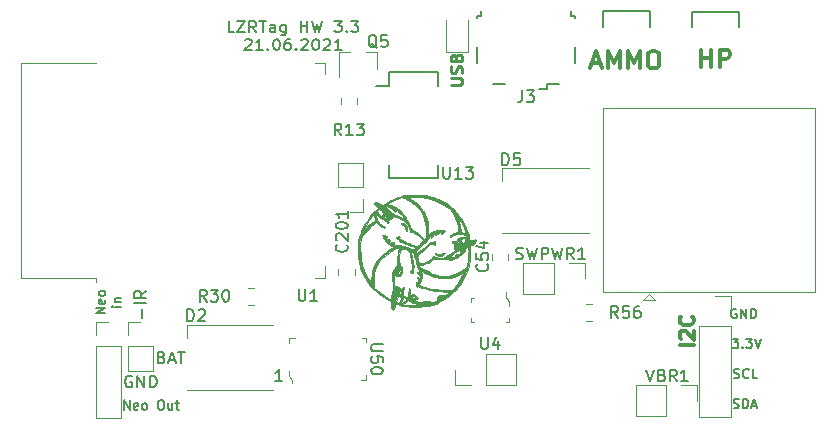
<source format=gbr>
G04 #@! TF.GenerationSoftware,KiCad,Pcbnew,5.0.2+dfsg1-1*
G04 #@! TF.CreationDate,2021-06-22T16:41:51+02:00*
G04 #@! TF.ProjectId,MainBoard,4d61696e-426f-4617-9264-2e6b69636164,rev?*
G04 #@! TF.SameCoordinates,Original*
G04 #@! TF.FileFunction,Legend,Top*
G04 #@! TF.FilePolarity,Positive*
%FSLAX46Y46*%
G04 Gerber Fmt 4.6, Leading zero omitted, Abs format (unit mm)*
G04 Created by KiCad (PCBNEW 5.0.2+dfsg1-1) date Tue 22 Jun 2021 16:41:51 CEST*
%MOMM*%
%LPD*%
G01*
G04 APERTURE LIST*
%ADD10C,0.300000*%
%ADD11C,0.170000*%
%ADD12C,0.200000*%
%ADD13C,0.180000*%
%ADD14C,0.250000*%
%ADD15C,0.150000*%
%ADD16C,0.120000*%
%ADD17C,0.100000*%
%ADD18C,0.010000*%
G04 APERTURE END LIST*
D10*
X115407428Y-83990571D02*
X115407428Y-82490571D01*
X115407428Y-83204857D02*
X116264571Y-83204857D01*
X116264571Y-83990571D02*
X116264571Y-82490571D01*
X116978857Y-83990571D02*
X116978857Y-82490571D01*
X117550285Y-82490571D01*
X117693142Y-82562000D01*
X117764571Y-82633428D01*
X117836000Y-82776285D01*
X117836000Y-82990571D01*
X117764571Y-83133428D01*
X117693142Y-83204857D01*
X117550285Y-83276285D01*
X116978857Y-83276285D01*
X106159657Y-83663600D02*
X106873942Y-83663600D01*
X106016800Y-84092171D02*
X106516800Y-82592171D01*
X107016800Y-84092171D01*
X107516800Y-84092171D02*
X107516800Y-82592171D01*
X108016800Y-83663600D01*
X108516800Y-82592171D01*
X108516800Y-84092171D01*
X109231085Y-84092171D02*
X109231085Y-82592171D01*
X109731085Y-83663600D01*
X110231085Y-82592171D01*
X110231085Y-84092171D01*
X111231085Y-82592171D02*
X111516800Y-82592171D01*
X111659657Y-82663600D01*
X111802514Y-82806457D01*
X111873942Y-83092171D01*
X111873942Y-83592171D01*
X111802514Y-83877885D01*
X111659657Y-84020742D01*
X111516800Y-84092171D01*
X111231085Y-84092171D01*
X111088228Y-84020742D01*
X110945371Y-83877885D01*
X110873942Y-83592171D01*
X110873942Y-83092171D01*
X110945371Y-82806457D01*
X111088228Y-82663600D01*
X111231085Y-82592171D01*
D11*
X64954904Y-104819333D02*
X64154904Y-104819333D01*
X64954904Y-104362190D01*
X64154904Y-104362190D01*
X64916809Y-103676476D02*
X64954904Y-103752666D01*
X64954904Y-103905047D01*
X64916809Y-103981238D01*
X64840619Y-104019333D01*
X64535857Y-104019333D01*
X64459666Y-103981238D01*
X64421571Y-103905047D01*
X64421571Y-103752666D01*
X64459666Y-103676476D01*
X64535857Y-103638380D01*
X64612047Y-103638380D01*
X64688238Y-104019333D01*
X64954904Y-103181238D02*
X64916809Y-103257428D01*
X64878714Y-103295523D01*
X64802523Y-103333619D01*
X64573952Y-103333619D01*
X64497761Y-103295523D01*
X64459666Y-103257428D01*
X64421571Y-103181238D01*
X64421571Y-103066952D01*
X64459666Y-102990761D01*
X64497761Y-102952666D01*
X64573952Y-102914571D01*
X64802523Y-102914571D01*
X64878714Y-102952666D01*
X64916809Y-102990761D01*
X64954904Y-103066952D01*
X64954904Y-103181238D01*
X66324904Y-104247904D02*
X65791571Y-104247904D01*
X65524904Y-104247904D02*
X65563000Y-104286000D01*
X65601095Y-104247904D01*
X65563000Y-104209809D01*
X65524904Y-104247904D01*
X65601095Y-104247904D01*
X65791571Y-103866952D02*
X66324904Y-103866952D01*
X65867761Y-103866952D02*
X65829666Y-103828857D01*
X65791571Y-103752666D01*
X65791571Y-103638380D01*
X65829666Y-103562190D01*
X65905857Y-103524095D01*
X66324904Y-103524095D01*
X66586380Y-112985504D02*
X66586380Y-112185504D01*
X67043523Y-112985504D01*
X67043523Y-112185504D01*
X67729238Y-112947409D02*
X67653047Y-112985504D01*
X67500666Y-112985504D01*
X67424476Y-112947409D01*
X67386380Y-112871219D01*
X67386380Y-112566457D01*
X67424476Y-112490266D01*
X67500666Y-112452171D01*
X67653047Y-112452171D01*
X67729238Y-112490266D01*
X67767333Y-112566457D01*
X67767333Y-112642647D01*
X67386380Y-112718838D01*
X68224476Y-112985504D02*
X68148285Y-112947409D01*
X68110190Y-112909314D01*
X68072095Y-112833123D01*
X68072095Y-112604552D01*
X68110190Y-112528361D01*
X68148285Y-112490266D01*
X68224476Y-112452171D01*
X68338761Y-112452171D01*
X68414952Y-112490266D01*
X68453047Y-112528361D01*
X68491142Y-112604552D01*
X68491142Y-112833123D01*
X68453047Y-112909314D01*
X68414952Y-112947409D01*
X68338761Y-112985504D01*
X68224476Y-112985504D01*
X69595904Y-112185504D02*
X69748285Y-112185504D01*
X69824476Y-112223600D01*
X69900666Y-112299790D01*
X69938761Y-112452171D01*
X69938761Y-112718838D01*
X69900666Y-112871219D01*
X69824476Y-112947409D01*
X69748285Y-112985504D01*
X69595904Y-112985504D01*
X69519714Y-112947409D01*
X69443523Y-112871219D01*
X69405428Y-112718838D01*
X69405428Y-112452171D01*
X69443523Y-112299790D01*
X69519714Y-112223600D01*
X69595904Y-112185504D01*
X70624476Y-112452171D02*
X70624476Y-112985504D01*
X70281619Y-112452171D02*
X70281619Y-112871219D01*
X70319714Y-112947409D01*
X70395904Y-112985504D01*
X70510190Y-112985504D01*
X70586380Y-112947409D01*
X70624476Y-112909314D01*
X70891142Y-112452171D02*
X71195904Y-112452171D01*
X71005428Y-112185504D02*
X71005428Y-112871219D01*
X71043523Y-112947409D01*
X71119714Y-112985504D01*
X71195904Y-112985504D01*
D12*
X67208495Y-110142400D02*
X67113257Y-110094780D01*
X66970400Y-110094780D01*
X66827542Y-110142400D01*
X66732304Y-110237638D01*
X66684685Y-110332876D01*
X66637066Y-110523352D01*
X66637066Y-110666209D01*
X66684685Y-110856685D01*
X66732304Y-110951923D01*
X66827542Y-111047161D01*
X66970400Y-111094780D01*
X67065638Y-111094780D01*
X67208495Y-111047161D01*
X67256114Y-110999542D01*
X67256114Y-110666209D01*
X67065638Y-110666209D01*
X67684685Y-111094780D02*
X67684685Y-110094780D01*
X68256114Y-111094780D01*
X68256114Y-110094780D01*
X68732304Y-111094780D02*
X68732304Y-110094780D01*
X68970400Y-110094780D01*
X69113257Y-110142400D01*
X69208495Y-110237638D01*
X69256114Y-110332876D01*
X69303733Y-110523352D01*
X69303733Y-110666209D01*
X69256114Y-110856685D01*
X69208495Y-110951923D01*
X69113257Y-111047161D01*
X68970400Y-111094780D01*
X68732304Y-111094780D01*
X68041828Y-105208247D02*
X68041828Y-104446342D01*
X68422780Y-103970152D02*
X67422780Y-103970152D01*
X68422780Y-102922533D02*
X67946590Y-103255866D01*
X68422780Y-103493961D02*
X67422780Y-103493961D01*
X67422780Y-103113009D01*
X67470400Y-103017771D01*
X67518019Y-102970152D01*
X67613257Y-102922533D01*
X67756114Y-102922533D01*
X67851352Y-102970152D01*
X67898971Y-103017771D01*
X67946590Y-103113009D01*
X67946590Y-103493961D01*
X69721504Y-108538971D02*
X69864361Y-108586590D01*
X69911980Y-108634209D01*
X69959600Y-108729447D01*
X69959600Y-108872304D01*
X69911980Y-108967542D01*
X69864361Y-109015161D01*
X69769123Y-109062780D01*
X69388171Y-109062780D01*
X69388171Y-108062780D01*
X69721504Y-108062780D01*
X69816742Y-108110400D01*
X69864361Y-108158019D01*
X69911980Y-108253257D01*
X69911980Y-108348495D01*
X69864361Y-108443733D01*
X69816742Y-108491352D01*
X69721504Y-108538971D01*
X69388171Y-108538971D01*
X70340552Y-108777066D02*
X70816742Y-108777066D01*
X70245314Y-109062780D02*
X70578647Y-108062780D01*
X70911980Y-109062780D01*
X71102457Y-108062780D02*
X71673885Y-108062780D01*
X71388171Y-109062780D02*
X71388171Y-108062780D01*
D13*
X75873600Y-80972942D02*
X75397409Y-80972942D01*
X75397409Y-80072942D01*
X76111695Y-80072942D02*
X76778361Y-80072942D01*
X76111695Y-80972942D01*
X76778361Y-80972942D01*
X77730742Y-80972942D02*
X77397409Y-80544371D01*
X77159314Y-80972942D02*
X77159314Y-80072942D01*
X77540266Y-80072942D01*
X77635504Y-80115800D01*
X77683123Y-80158657D01*
X77730742Y-80244371D01*
X77730742Y-80372942D01*
X77683123Y-80458657D01*
X77635504Y-80501514D01*
X77540266Y-80544371D01*
X77159314Y-80544371D01*
X78016457Y-80072942D02*
X78587885Y-80072942D01*
X78302171Y-80972942D02*
X78302171Y-80072942D01*
X79349790Y-80972942D02*
X79349790Y-80501514D01*
X79302171Y-80415800D01*
X79206933Y-80372942D01*
X79016457Y-80372942D01*
X78921219Y-80415800D01*
X79349790Y-80930085D02*
X79254552Y-80972942D01*
X79016457Y-80972942D01*
X78921219Y-80930085D01*
X78873600Y-80844371D01*
X78873600Y-80758657D01*
X78921219Y-80672942D01*
X79016457Y-80630085D01*
X79254552Y-80630085D01*
X79349790Y-80587228D01*
X80254552Y-80372942D02*
X80254552Y-81101514D01*
X80206933Y-81187228D01*
X80159314Y-81230085D01*
X80064076Y-81272942D01*
X79921219Y-81272942D01*
X79825980Y-81230085D01*
X80254552Y-80930085D02*
X80159314Y-80972942D01*
X79968838Y-80972942D01*
X79873600Y-80930085D01*
X79825980Y-80887228D01*
X79778361Y-80801514D01*
X79778361Y-80544371D01*
X79825980Y-80458657D01*
X79873600Y-80415800D01*
X79968838Y-80372942D01*
X80159314Y-80372942D01*
X80254552Y-80415800D01*
X81492647Y-80972942D02*
X81492647Y-80072942D01*
X81492647Y-80501514D02*
X82064076Y-80501514D01*
X82064076Y-80972942D02*
X82064076Y-80072942D01*
X82445028Y-80072942D02*
X82683123Y-80972942D01*
X82873600Y-80330085D01*
X83064076Y-80972942D01*
X83302171Y-80072942D01*
X84349790Y-80072942D02*
X84968838Y-80072942D01*
X84635504Y-80415800D01*
X84778361Y-80415800D01*
X84873600Y-80458657D01*
X84921219Y-80501514D01*
X84968838Y-80587228D01*
X84968838Y-80801514D01*
X84921219Y-80887228D01*
X84873600Y-80930085D01*
X84778361Y-80972942D01*
X84492647Y-80972942D01*
X84397409Y-80930085D01*
X84349790Y-80887228D01*
X85397409Y-80887228D02*
X85445028Y-80930085D01*
X85397409Y-80972942D01*
X85349790Y-80930085D01*
X85397409Y-80887228D01*
X85397409Y-80972942D01*
X85778361Y-80072942D02*
X86397409Y-80072942D01*
X86064076Y-80415800D01*
X86206933Y-80415800D01*
X86302171Y-80458657D01*
X86349790Y-80501514D01*
X86397409Y-80587228D01*
X86397409Y-80801514D01*
X86349790Y-80887228D01*
X86302171Y-80930085D01*
X86206933Y-80972942D01*
X85921219Y-80972942D01*
X85825980Y-80930085D01*
X85778361Y-80887228D01*
X76778361Y-81688657D02*
X76825980Y-81645800D01*
X76921219Y-81602942D01*
X77159314Y-81602942D01*
X77254552Y-81645800D01*
X77302171Y-81688657D01*
X77349790Y-81774371D01*
X77349790Y-81860085D01*
X77302171Y-81988657D01*
X76730742Y-82502942D01*
X77349790Y-82502942D01*
X78302171Y-82502942D02*
X77730742Y-82502942D01*
X78016457Y-82502942D02*
X78016457Y-81602942D01*
X77921219Y-81731514D01*
X77825980Y-81817228D01*
X77730742Y-81860085D01*
X78730742Y-82417228D02*
X78778361Y-82460085D01*
X78730742Y-82502942D01*
X78683123Y-82460085D01*
X78730742Y-82417228D01*
X78730742Y-82502942D01*
X79397409Y-81602942D02*
X79492647Y-81602942D01*
X79587885Y-81645800D01*
X79635504Y-81688657D01*
X79683123Y-81774371D01*
X79730742Y-81945800D01*
X79730742Y-82160085D01*
X79683123Y-82331514D01*
X79635504Y-82417228D01*
X79587885Y-82460085D01*
X79492647Y-82502942D01*
X79397409Y-82502942D01*
X79302171Y-82460085D01*
X79254552Y-82417228D01*
X79206933Y-82331514D01*
X79159314Y-82160085D01*
X79159314Y-81945800D01*
X79206933Y-81774371D01*
X79254552Y-81688657D01*
X79302171Y-81645800D01*
X79397409Y-81602942D01*
X80587885Y-81602942D02*
X80397409Y-81602942D01*
X80302171Y-81645800D01*
X80254552Y-81688657D01*
X80159314Y-81817228D01*
X80111695Y-81988657D01*
X80111695Y-82331514D01*
X80159314Y-82417228D01*
X80206933Y-82460085D01*
X80302171Y-82502942D01*
X80492647Y-82502942D01*
X80587885Y-82460085D01*
X80635504Y-82417228D01*
X80683123Y-82331514D01*
X80683123Y-82117228D01*
X80635504Y-82031514D01*
X80587885Y-81988657D01*
X80492647Y-81945800D01*
X80302171Y-81945800D01*
X80206933Y-81988657D01*
X80159314Y-82031514D01*
X80111695Y-82117228D01*
X81111695Y-82417228D02*
X81159314Y-82460085D01*
X81111695Y-82502942D01*
X81064076Y-82460085D01*
X81111695Y-82417228D01*
X81111695Y-82502942D01*
X81540266Y-81688657D02*
X81587885Y-81645800D01*
X81683123Y-81602942D01*
X81921219Y-81602942D01*
X82016457Y-81645800D01*
X82064076Y-81688657D01*
X82111695Y-81774371D01*
X82111695Y-81860085D01*
X82064076Y-81988657D01*
X81492647Y-82502942D01*
X82111695Y-82502942D01*
X82730742Y-81602942D02*
X82825980Y-81602942D01*
X82921219Y-81645800D01*
X82968838Y-81688657D01*
X83016457Y-81774371D01*
X83064076Y-81945800D01*
X83064076Y-82160085D01*
X83016457Y-82331514D01*
X82968838Y-82417228D01*
X82921219Y-82460085D01*
X82825980Y-82502942D01*
X82730742Y-82502942D01*
X82635504Y-82460085D01*
X82587885Y-82417228D01*
X82540266Y-82331514D01*
X82492647Y-82160085D01*
X82492647Y-81945800D01*
X82540266Y-81774371D01*
X82587885Y-81688657D01*
X82635504Y-81645800D01*
X82730742Y-81602942D01*
X83445028Y-81688657D02*
X83492647Y-81645800D01*
X83587885Y-81602942D01*
X83825980Y-81602942D01*
X83921219Y-81645800D01*
X83968838Y-81688657D01*
X84016457Y-81774371D01*
X84016457Y-81860085D01*
X83968838Y-81988657D01*
X83397409Y-82502942D01*
X84016457Y-82502942D01*
X84968838Y-82502942D02*
X84397409Y-82502942D01*
X84683123Y-82502942D02*
X84683123Y-81602942D01*
X84587885Y-81731514D01*
X84492647Y-81817228D01*
X84397409Y-81860085D01*
D12*
X118154571Y-112820409D02*
X118268857Y-112858504D01*
X118459333Y-112858504D01*
X118535523Y-112820409D01*
X118573619Y-112782314D01*
X118611714Y-112706123D01*
X118611714Y-112629933D01*
X118573619Y-112553742D01*
X118535523Y-112515647D01*
X118459333Y-112477552D01*
X118306952Y-112439457D01*
X118230761Y-112401361D01*
X118192666Y-112363266D01*
X118154571Y-112287076D01*
X118154571Y-112210885D01*
X118192666Y-112134695D01*
X118230761Y-112096600D01*
X118306952Y-112058504D01*
X118497428Y-112058504D01*
X118611714Y-112096600D01*
X118954571Y-112858504D02*
X118954571Y-112058504D01*
X119145047Y-112058504D01*
X119259333Y-112096600D01*
X119335523Y-112172790D01*
X119373619Y-112248980D01*
X119411714Y-112401361D01*
X119411714Y-112515647D01*
X119373619Y-112668028D01*
X119335523Y-112744219D01*
X119259333Y-112820409D01*
X119145047Y-112858504D01*
X118954571Y-112858504D01*
X119716476Y-112629933D02*
X120097428Y-112629933D01*
X119640285Y-112858504D02*
X119906952Y-112058504D01*
X120173619Y-112858504D01*
X118173619Y-110280409D02*
X118287904Y-110318504D01*
X118478380Y-110318504D01*
X118554571Y-110280409D01*
X118592666Y-110242314D01*
X118630761Y-110166123D01*
X118630761Y-110089933D01*
X118592666Y-110013742D01*
X118554571Y-109975647D01*
X118478380Y-109937552D01*
X118326000Y-109899457D01*
X118249809Y-109861361D01*
X118211714Y-109823266D01*
X118173619Y-109747076D01*
X118173619Y-109670885D01*
X118211714Y-109594695D01*
X118249809Y-109556600D01*
X118326000Y-109518504D01*
X118516476Y-109518504D01*
X118630761Y-109556600D01*
X119430761Y-110242314D02*
X119392666Y-110280409D01*
X119278380Y-110318504D01*
X119202190Y-110318504D01*
X119087904Y-110280409D01*
X119011714Y-110204219D01*
X118973619Y-110128028D01*
X118935523Y-109975647D01*
X118935523Y-109861361D01*
X118973619Y-109708980D01*
X119011714Y-109632790D01*
X119087904Y-109556600D01*
X119202190Y-109518504D01*
X119278380Y-109518504D01*
X119392666Y-109556600D01*
X119430761Y-109594695D01*
X120154571Y-110318504D02*
X119773619Y-110318504D01*
X119773619Y-109518504D01*
X118072047Y-106978504D02*
X118567285Y-106978504D01*
X118300619Y-107283266D01*
X118414904Y-107283266D01*
X118491095Y-107321361D01*
X118529190Y-107359457D01*
X118567285Y-107435647D01*
X118567285Y-107626123D01*
X118529190Y-107702314D01*
X118491095Y-107740409D01*
X118414904Y-107778504D01*
X118186333Y-107778504D01*
X118110142Y-107740409D01*
X118072047Y-107702314D01*
X118910142Y-107702314D02*
X118948238Y-107740409D01*
X118910142Y-107778504D01*
X118872047Y-107740409D01*
X118910142Y-107702314D01*
X118910142Y-107778504D01*
X119214904Y-106978504D02*
X119710142Y-106978504D01*
X119443476Y-107283266D01*
X119557761Y-107283266D01*
X119633952Y-107321361D01*
X119672047Y-107359457D01*
X119710142Y-107435647D01*
X119710142Y-107626123D01*
X119672047Y-107702314D01*
X119633952Y-107740409D01*
X119557761Y-107778504D01*
X119329190Y-107778504D01*
X119253000Y-107740409D01*
X119214904Y-107702314D01*
X119938714Y-106978504D02*
X120205380Y-107778504D01*
X120472047Y-106978504D01*
X118389476Y-104476600D02*
X118313285Y-104438504D01*
X118199000Y-104438504D01*
X118084714Y-104476600D01*
X118008523Y-104552790D01*
X117970428Y-104628980D01*
X117932333Y-104781361D01*
X117932333Y-104895647D01*
X117970428Y-105048028D01*
X118008523Y-105124219D01*
X118084714Y-105200409D01*
X118199000Y-105238504D01*
X118275190Y-105238504D01*
X118389476Y-105200409D01*
X118427571Y-105162314D01*
X118427571Y-104895647D01*
X118275190Y-104895647D01*
X118770428Y-105238504D02*
X118770428Y-104438504D01*
X119227571Y-105238504D01*
X119227571Y-104438504D01*
X119608523Y-105238504D02*
X119608523Y-104438504D01*
X119799000Y-104438504D01*
X119913285Y-104476600D01*
X119989476Y-104552790D01*
X120027571Y-104628980D01*
X120065666Y-104781361D01*
X120065666Y-104895647D01*
X120027571Y-105048028D01*
X119989476Y-105124219D01*
X119913285Y-105200409D01*
X119799000Y-105238504D01*
X119608523Y-105238504D01*
D10*
X114792057Y-107495828D02*
X113592057Y-107495828D01*
X113706342Y-106981542D02*
X113649200Y-106924400D01*
X113592057Y-106810114D01*
X113592057Y-106524400D01*
X113649200Y-106410114D01*
X113706342Y-106352971D01*
X113820628Y-106295828D01*
X113934914Y-106295828D01*
X114106342Y-106352971D01*
X114792057Y-107038685D01*
X114792057Y-106295828D01*
X114677771Y-105095828D02*
X114734914Y-105152971D01*
X114792057Y-105324400D01*
X114792057Y-105438685D01*
X114734914Y-105610114D01*
X114620628Y-105724400D01*
X114506342Y-105781542D01*
X114277771Y-105838685D01*
X114106342Y-105838685D01*
X113877771Y-105781542D01*
X113763485Y-105724400D01*
X113649200Y-105610114D01*
X113592057Y-105438685D01*
X113592057Y-105324400D01*
X113649200Y-105152971D01*
X113706342Y-105095828D01*
D14*
X94194380Y-85488304D02*
X95003904Y-85488304D01*
X95099142Y-85440685D01*
X95146761Y-85393066D01*
X95194380Y-85297828D01*
X95194380Y-85107352D01*
X95146761Y-85012114D01*
X95099142Y-84964495D01*
X95003904Y-84916876D01*
X94194380Y-84916876D01*
X95146761Y-84488304D02*
X95194380Y-84345447D01*
X95194380Y-84107352D01*
X95146761Y-84012114D01*
X95099142Y-83964495D01*
X95003904Y-83916876D01*
X94908666Y-83916876D01*
X94813428Y-83964495D01*
X94765809Y-84012114D01*
X94718190Y-84107352D01*
X94670571Y-84297828D01*
X94622952Y-84393066D01*
X94575333Y-84440685D01*
X94480095Y-84488304D01*
X94384857Y-84488304D01*
X94289619Y-84440685D01*
X94242000Y-84393066D01*
X94194380Y-84297828D01*
X94194380Y-84059733D01*
X94242000Y-83916876D01*
X94670571Y-83154971D02*
X94718190Y-83012114D01*
X94765809Y-82964495D01*
X94861047Y-82916876D01*
X95003904Y-82916876D01*
X95099142Y-82964495D01*
X95146761Y-83012114D01*
X95194380Y-83107352D01*
X95194380Y-83488304D01*
X94194380Y-83488304D01*
X94194380Y-83154971D01*
X94242000Y-83059733D01*
X94289619Y-83012114D01*
X94384857Y-82964495D01*
X94480095Y-82964495D01*
X94575333Y-83012114D01*
X94622952Y-83059733D01*
X94670571Y-83154971D01*
X94670571Y-83488304D01*
D15*
G04 #@! TO.C,D402*
X114636800Y-79273600D02*
X118636800Y-79273600D01*
X118636800Y-79273600D02*
X118636800Y-80619600D01*
X114636800Y-80619600D02*
X114636800Y-79273600D01*
D16*
G04 #@! TO.C,J101*
X111498000Y-103669600D02*
X110998000Y-103169600D01*
X110498000Y-103669600D02*
X111498000Y-103669600D01*
X110998000Y-103169600D02*
X110498000Y-103669600D01*
X125078000Y-102984600D02*
X125078000Y-87464600D01*
X107118000Y-87464600D02*
X125078000Y-87464600D01*
X107118000Y-87464600D02*
X107118000Y-102984600D01*
X107118000Y-102984600D02*
X125078000Y-102984600D01*
G04 #@! TO.C,D30*
X66859600Y-109689200D02*
X68979600Y-109689200D01*
X66859600Y-107629200D02*
X66859600Y-109689200D01*
X68979600Y-107629200D02*
X68979600Y-109689200D01*
X66859600Y-107629200D02*
X68979600Y-107629200D01*
X66859600Y-106629200D02*
X66859600Y-105569200D01*
X66859600Y-105569200D02*
X67919600Y-105569200D01*
G04 #@! TO.C,D1*
X64167200Y-113689200D02*
X66287200Y-113689200D01*
X64167200Y-107629200D02*
X64167200Y-113689200D01*
X66287200Y-107629200D02*
X66287200Y-113689200D01*
X64167200Y-107629200D02*
X66287200Y-107629200D01*
X64167200Y-106629200D02*
X64167200Y-105569200D01*
X64167200Y-105569200D02*
X65227200Y-105569200D01*
G04 #@! TO.C,C201*
X84659800Y-101556452D02*
X84659800Y-101033948D01*
X86129800Y-101556452D02*
X86129800Y-101033948D01*
D15*
G04 #@! TO.C,D401*
X107118400Y-79222800D02*
X111118400Y-79222800D01*
X111118400Y-79222800D02*
X111118400Y-80568800D01*
X107118400Y-80568800D02*
X107118400Y-79222800D01*
D16*
G04 #@! TO.C,J5*
X86746900Y-92088400D02*
X84626900Y-92088400D01*
X86746900Y-94148400D02*
X86746900Y-92088400D01*
X84626900Y-94148400D02*
X84626900Y-92088400D01*
X86746900Y-94148400D02*
X84626900Y-94148400D01*
X86746900Y-95148400D02*
X86746900Y-96208400D01*
X86746900Y-96208400D02*
X85686900Y-96208400D01*
G04 #@! TO.C,R30*
X77020922Y-102668000D02*
X77538078Y-102668000D01*
X77020922Y-104088000D02*
X77538078Y-104088000D01*
G04 #@! TO.C,R56*
X105659422Y-104039600D02*
X106176578Y-104039600D01*
X105659422Y-105459600D02*
X106176578Y-105459600D01*
D17*
G04 #@! TO.C,U4*
X98861000Y-105521000D02*
X99186000Y-105521000D01*
X99186000Y-105521000D02*
X99186000Y-105221000D01*
X96211000Y-103521000D02*
X95886000Y-103521000D01*
X95886000Y-103521000D02*
X95886000Y-103821000D01*
X96186000Y-105521000D02*
X95886000Y-105521000D01*
X95886000Y-105521000D02*
X95886000Y-105196000D01*
X99186000Y-103846000D02*
X98961000Y-103521000D01*
X98961000Y-103521000D02*
X98861000Y-103521000D01*
X98861000Y-103521000D02*
X98861000Y-102996000D01*
X99186000Y-103846000D02*
X99186000Y-104221000D01*
D15*
G04 #@! TO.C,J3*
X104734000Y-83631800D02*
X104734000Y-82231800D01*
X104734000Y-79831800D02*
X104734000Y-79681800D01*
X104734000Y-79681800D02*
X104434000Y-79681800D01*
X104434000Y-79681800D02*
X104434000Y-79231800D01*
X96734000Y-79231800D02*
X96734000Y-79681800D01*
X96734000Y-79681800D02*
X96434000Y-79681800D01*
X96434000Y-79681800D02*
X96434000Y-79831800D01*
X96434000Y-82231800D02*
X96434000Y-83631800D01*
X101659000Y-85806800D02*
X102384000Y-85806800D01*
X102384000Y-85806800D02*
X102384000Y-85381800D01*
X102384000Y-85381800D02*
X103384000Y-85381800D01*
X98784000Y-85381800D02*
X97784000Y-85381800D01*
D16*
G04 #@! TO.C,DUSB1*
X93782000Y-80026000D02*
X93782000Y-82711000D01*
X93782000Y-82711000D02*
X95702000Y-82711000D01*
X95702000Y-82711000D02*
X95702000Y-80026000D01*
D15*
G04 #@! TO.C,U13*
X88984000Y-85535000D02*
X88984000Y-84425000D01*
X93134000Y-84425000D02*
X93134000Y-85535000D01*
X93134000Y-93375000D02*
X93134000Y-92265000D01*
X88984000Y-93375000D02*
X88984000Y-92265000D01*
X88984000Y-84425000D02*
X93134000Y-84425000D01*
X88984000Y-93375000D02*
X93134000Y-93375000D01*
X88984000Y-85535000D02*
X87859000Y-85535000D01*
D16*
G04 #@! TO.C,Q5*
X87940000Y-82679000D02*
X87940000Y-84139000D01*
X84780000Y-82679000D02*
X84780000Y-84839000D01*
X84780000Y-82679000D02*
X85710000Y-82679000D01*
X87940000Y-82679000D02*
X87010000Y-82679000D01*
G04 #@! TO.C,R13*
X86308000Y-86609422D02*
X86308000Y-87126578D01*
X84888000Y-86609422D02*
X84888000Y-87126578D01*
D17*
G04 #@! TO.C,U50*
X80494200Y-109687000D02*
X80494200Y-110162000D01*
X80494200Y-110162000D02*
X80794200Y-110487000D01*
X80794200Y-110487000D02*
X80794200Y-110682000D01*
X87044200Y-110012000D02*
X87044200Y-110487000D01*
X87044200Y-110487000D02*
X86594200Y-110487000D01*
X80994200Y-106937000D02*
X80494200Y-106937000D01*
X80494200Y-106937000D02*
X80494200Y-107337000D01*
X86669200Y-106937000D02*
X87044200Y-106937000D01*
X87044200Y-106937000D02*
X87044200Y-107237000D01*
D16*
G04 #@! TO.C,C54*
X97676900Y-100283778D02*
X97676900Y-99766622D01*
X99096900Y-100283778D02*
X99096900Y-99766622D01*
D18*
G04 #@! TO.C,H6*
G36*
X93699907Y-99712510D02*
X93705083Y-99753391D01*
X93676363Y-99826618D01*
X93594329Y-99889322D01*
X93480965Y-99932417D01*
X93297203Y-99962840D01*
X93134245Y-99944505D01*
X93025259Y-99902525D01*
X92933906Y-99842602D01*
X92897565Y-99788769D01*
X92911619Y-99751138D01*
X92971451Y-99739823D01*
X93072442Y-99764936D01*
X93085644Y-99770264D01*
X93219633Y-99809494D01*
X93345587Y-99805112D01*
X93484472Y-99755763D01*
X93510967Y-99742758D01*
X93611547Y-99697537D01*
X93671731Y-99687301D01*
X93699907Y-99712510D01*
X93699907Y-99712510D01*
G37*
X93699907Y-99712510D02*
X93705083Y-99753391D01*
X93676363Y-99826618D01*
X93594329Y-99889322D01*
X93480965Y-99932417D01*
X93297203Y-99962840D01*
X93134245Y-99944505D01*
X93025259Y-99902525D01*
X92933906Y-99842602D01*
X92897565Y-99788769D01*
X92911619Y-99751138D01*
X92971451Y-99739823D01*
X93072442Y-99764936D01*
X93085644Y-99770264D01*
X93219633Y-99809494D01*
X93345587Y-99805112D01*
X93484472Y-99755763D01*
X93510967Y-99742758D01*
X93611547Y-99697537D01*
X93671731Y-99687301D01*
X93699907Y-99712510D01*
G36*
X90223456Y-97208532D02*
X90316375Y-97278508D01*
X90401885Y-97376925D01*
X90471999Y-97494122D01*
X90518729Y-97620438D01*
X90534087Y-97746211D01*
X90531848Y-97778575D01*
X90508292Y-97837109D01*
X90466135Y-97869219D01*
X90424223Y-97865976D01*
X90405321Y-97838526D01*
X90392460Y-97784571D01*
X90376608Y-97701565D01*
X90373355Y-97682537D01*
X90333058Y-97545807D01*
X90256923Y-97439918D01*
X90133129Y-97348564D01*
X90129902Y-97346666D01*
X90042179Y-97289784D01*
X90005484Y-97248367D01*
X90015725Y-97214779D01*
X90047343Y-97192550D01*
X90131116Y-97176659D01*
X90223456Y-97208532D01*
X90223456Y-97208532D01*
G37*
X90223456Y-97208532D02*
X90316375Y-97278508D01*
X90401885Y-97376925D01*
X90471999Y-97494122D01*
X90518729Y-97620438D01*
X90534087Y-97746211D01*
X90531848Y-97778575D01*
X90508292Y-97837109D01*
X90466135Y-97869219D01*
X90424223Y-97865976D01*
X90405321Y-97838526D01*
X90392460Y-97784571D01*
X90376608Y-97701565D01*
X90373355Y-97682537D01*
X90333058Y-97545807D01*
X90256923Y-97439918D01*
X90133129Y-97348564D01*
X90129902Y-97346666D01*
X90042179Y-97289784D01*
X90005484Y-97248367D01*
X90015725Y-97214779D01*
X90047343Y-97192550D01*
X90131116Y-97176659D01*
X90223456Y-97208532D01*
G36*
X91536400Y-94761943D02*
X91716095Y-94766549D01*
X91855735Y-94775322D01*
X91897200Y-94780049D01*
X91979953Y-94796324D01*
X92101518Y-94826355D01*
X92249601Y-94866465D01*
X92411905Y-94912979D01*
X92576137Y-94962222D01*
X92730000Y-95010519D01*
X92861199Y-95054195D01*
X92957439Y-95089573D01*
X93002847Y-95110546D01*
X93071132Y-95144268D01*
X93161383Y-95178904D01*
X93176425Y-95183825D01*
X93289545Y-95228919D01*
X93435062Y-95300387D01*
X93601164Y-95391015D01*
X93776037Y-95493587D01*
X93947870Y-95600888D01*
X94104851Y-95705703D01*
X94235166Y-95800816D01*
X94327005Y-95879012D01*
X94344714Y-95897450D01*
X94399248Y-95944263D01*
X94441064Y-95961200D01*
X94479505Y-95985453D01*
X94523199Y-96045134D01*
X94530330Y-96058318D01*
X94566102Y-96117110D01*
X94630074Y-96211805D01*
X94714161Y-96330817D01*
X94810279Y-96462558D01*
X94843607Y-96507315D01*
X95039803Y-96784560D01*
X95221070Y-97070114D01*
X95378412Y-97348792D01*
X95502832Y-97605408D01*
X95524775Y-97657108D01*
X95599155Y-97848868D01*
X95667190Y-98045090D01*
X95723960Y-98230030D01*
X95764549Y-98387947D01*
X95781266Y-98478092D01*
X95797450Y-98564431D01*
X95816878Y-98622948D01*
X95825937Y-98635181D01*
X95865783Y-98636470D01*
X95946507Y-98624954D01*
X96051204Y-98603097D01*
X96059132Y-98601210D01*
X96199939Y-98572810D01*
X96292501Y-98568977D01*
X96343764Y-98591347D01*
X96360673Y-98641554D01*
X96359143Y-98671844D01*
X96327582Y-98738790D01*
X96253236Y-98821756D01*
X96147175Y-98910844D01*
X96020468Y-98996160D01*
X95954965Y-99033184D01*
X95859083Y-99083937D01*
X95844612Y-99636745D01*
X95838967Y-99821579D01*
X95832218Y-99993860D01*
X95824958Y-100141412D01*
X95817774Y-100252058D01*
X95812009Y-100309083D01*
X95732696Y-100739095D01*
X95633011Y-101115579D01*
X95512011Y-101441525D01*
X95368757Y-101719922D01*
X95366953Y-101722898D01*
X95308227Y-101823537D01*
X95259478Y-101914119D01*
X95233940Y-101968758D01*
X95201393Y-102033191D01*
X95142449Y-102132448D01*
X95065987Y-102253111D01*
X94980888Y-102381761D01*
X94896033Y-102504980D01*
X94820300Y-102609349D01*
X94762571Y-102681452D01*
X94761464Y-102682693D01*
X94710126Y-102734062D01*
X94622004Y-102815989D01*
X94506059Y-102920569D01*
X94371251Y-103039899D01*
X94226543Y-103166076D01*
X94080895Y-103291197D01*
X93943269Y-103407359D01*
X93884377Y-103456222D01*
X93786327Y-103528072D01*
X93647784Y-103617705D01*
X93482315Y-103717428D01*
X93303488Y-103819544D01*
X93124870Y-103916358D01*
X92960030Y-104000177D01*
X92822535Y-104063304D01*
X92792132Y-104075696D01*
X92569509Y-104148510D01*
X92346086Y-104187942D01*
X92280343Y-104194115D01*
X92138634Y-104207203D01*
X91999571Y-104223059D01*
X91888676Y-104238709D01*
X91869590Y-104242012D01*
X91563048Y-104280222D01*
X91221491Y-104292148D01*
X90862075Y-104279164D01*
X90501956Y-104242643D01*
X90158288Y-104183958D01*
X89848226Y-104104484D01*
X89752101Y-104072469D01*
X89715107Y-104060356D01*
X90142955Y-104060356D01*
X90149083Y-104061379D01*
X90198460Y-104067137D01*
X90289242Y-104080232D01*
X90403896Y-104098104D01*
X90432965Y-104102811D01*
X90534762Y-104115042D01*
X90673527Y-104125646D01*
X90837652Y-104134374D01*
X91015530Y-104140980D01*
X91195553Y-104145215D01*
X91366115Y-104146831D01*
X91515608Y-104145581D01*
X91632423Y-104141217D01*
X91704955Y-104133491D01*
X91717025Y-104130227D01*
X91709625Y-104116140D01*
X91650922Y-104091309D01*
X91547904Y-104058190D01*
X91407557Y-104019239D01*
X91383293Y-104012935D01*
X91213831Y-103965415D01*
X91051607Y-103913766D01*
X91925576Y-103913766D01*
X91947440Y-103928287D01*
X92001789Y-103940968D01*
X92094288Y-103954663D01*
X92197355Y-103962831D01*
X92297674Y-103965566D01*
X92381924Y-103962964D01*
X92436789Y-103955119D01*
X92448951Y-103942125D01*
X92443327Y-103937828D01*
X92378811Y-103916409D01*
X92278029Y-103899105D01*
X92162414Y-103887740D01*
X92053400Y-103884140D01*
X91972418Y-103890131D01*
X91951850Y-103895977D01*
X91925576Y-103913766D01*
X91051607Y-103913766D01*
X91041056Y-103910407D01*
X90886024Y-103854973D01*
X90776612Y-103809412D01*
X90552494Y-103704442D01*
X90418024Y-103835381D01*
X90330164Y-103914269D01*
X90243675Y-103981277D01*
X90193906Y-104012635D01*
X90146511Y-104043283D01*
X90142955Y-104060356D01*
X89715107Y-104060356D01*
X89638502Y-104035274D01*
X89570533Y-104022173D01*
X89539765Y-104031784D01*
X89537026Y-104037173D01*
X89522233Y-104085552D01*
X89497768Y-104169086D01*
X89480610Y-104228794D01*
X89436185Y-104365947D01*
X89394324Y-104460018D01*
X89358274Y-104504168D01*
X89348678Y-104506645D01*
X89307608Y-104492359D01*
X89276200Y-104475936D01*
X89225085Y-104414207D01*
X89188207Y-104300733D01*
X89167207Y-104142189D01*
X89162837Y-104014494D01*
X89162508Y-103865083D01*
X89559831Y-103865083D01*
X89652751Y-103900162D01*
X89734713Y-103927023D01*
X89792673Y-103928603D01*
X89817301Y-103911622D01*
X89999671Y-103911622D01*
X90021964Y-103923214D01*
X90078994Y-103907213D01*
X90155986Y-103869496D01*
X90235930Y-103817604D01*
X90316679Y-103746225D01*
X90384288Y-103669669D01*
X90446661Y-103585305D01*
X90341937Y-103520582D01*
X90250056Y-103478677D01*
X90183643Y-103478321D01*
X90151030Y-103518739D01*
X90149083Y-103538570D01*
X90136233Y-103591484D01*
X90103231Y-103674934D01*
X90074377Y-103736198D01*
X90033104Y-103822843D01*
X90005973Y-103888377D01*
X89999671Y-103911622D01*
X89817301Y-103911622D01*
X89838222Y-103897198D01*
X89882953Y-103825105D01*
X89934936Y-103712621D01*
X89979461Y-103608234D01*
X90011131Y-103527432D01*
X90024876Y-103483412D01*
X90024583Y-103479182D01*
X90012792Y-103472299D01*
X90657964Y-103472299D01*
X90676877Y-103528266D01*
X90748078Y-103576060D01*
X90831075Y-103607904D01*
X90821570Y-103589758D01*
X90785636Y-103541119D01*
X90778781Y-103532347D01*
X90735539Y-103463844D01*
X90716432Y-103406854D01*
X90716390Y-103405347D01*
X90712687Y-103380118D01*
X90864485Y-103380118D01*
X90875621Y-103428337D01*
X90897263Y-103455990D01*
X90946998Y-103495593D01*
X91013740Y-103515150D01*
X91117716Y-103520272D01*
X91128894Y-103520221D01*
X91299553Y-103519007D01*
X91196094Y-103430574D01*
X91115857Y-103378401D01*
X91031261Y-103348232D01*
X90953622Y-103339103D01*
X90894258Y-103350053D01*
X90864485Y-103380118D01*
X90712687Y-103380118D01*
X90711698Y-103373385D01*
X90691202Y-103395421D01*
X90686965Y-103401906D01*
X90657964Y-103472299D01*
X90012792Y-103472299D01*
X89994953Y-103461886D01*
X89929399Y-103425313D01*
X89872877Y-103394234D01*
X89731142Y-103316697D01*
X89645486Y-103590890D01*
X89559831Y-103865083D01*
X89162508Y-103865083D01*
X89162376Y-103805318D01*
X88886259Y-103659123D01*
X88634503Y-103514597D01*
X88374480Y-103345166D01*
X88118752Y-103160385D01*
X87879884Y-102969808D01*
X87670440Y-102782988D01*
X87502984Y-102609481D01*
X87497308Y-102602920D01*
X87414059Y-102502884D01*
X87328561Y-102394659D01*
X87249197Y-102289564D01*
X87212879Y-102238796D01*
X87700497Y-102238796D01*
X87717961Y-102480419D01*
X87736768Y-102679520D01*
X87946458Y-102852025D01*
X88294938Y-103123407D01*
X88631485Y-103355192D01*
X88864142Y-103495494D01*
X88992297Y-103566897D01*
X89077512Y-103611486D01*
X89128551Y-103632420D01*
X89154176Y-103632857D01*
X89163153Y-103615957D01*
X89164094Y-103603612D01*
X89173477Y-103492882D01*
X89194502Y-103341775D01*
X89224157Y-103167854D01*
X89259432Y-102988682D01*
X89297316Y-102821823D01*
X89299923Y-102811315D01*
X89316134Y-102732754D01*
X89323292Y-102652610D01*
X89321198Y-102555858D01*
X89309655Y-102427472D01*
X89293041Y-102288374D01*
X89268909Y-102035939D01*
X89258521Y-101783326D01*
X89260851Y-101610072D01*
X89392278Y-101610072D01*
X89393537Y-101768406D01*
X89400498Y-101947665D01*
X89412124Y-102128681D01*
X89427379Y-102292289D01*
X89445227Y-102419322D01*
X89448921Y-102438200D01*
X89470208Y-102504813D01*
X89510225Y-102531188D01*
X89571072Y-102535318D01*
X89713633Y-102559482D01*
X89859834Y-102625164D01*
X89933368Y-102676165D01*
X90001536Y-102731217D01*
X89907720Y-102918959D01*
X89859592Y-103017750D01*
X89836498Y-103077804D01*
X89836061Y-103113488D01*
X89855902Y-103139173D01*
X89869434Y-103150220D01*
X89944664Y-103206822D01*
X89988868Y-103226772D01*
X90008994Y-103204083D01*
X90011991Y-103132762D01*
X90006435Y-103032118D01*
X90000594Y-102918020D01*
X90004406Y-102843919D01*
X90022800Y-102790234D01*
X90060704Y-102737384D01*
X90088814Y-102704811D01*
X90150226Y-102640829D01*
X90198266Y-102601286D01*
X90212881Y-102595083D01*
X90250306Y-102617324D01*
X90256753Y-102670294D01*
X90231808Y-102733363D01*
X90216062Y-102753485D01*
X90157573Y-102835585D01*
X90132137Y-102927324D01*
X90136668Y-103046265D01*
X90150352Y-103127296D01*
X90172095Y-103226102D01*
X90198212Y-103285729D01*
X90243767Y-103325801D01*
X90323827Y-103365940D01*
X90338815Y-103372758D01*
X90425716Y-103412621D01*
X90488540Y-103442225D01*
X90509071Y-103452607D01*
X90533736Y-103438508D01*
X90561816Y-103378444D01*
X90589925Y-103285827D01*
X90614679Y-103174068D01*
X90632692Y-103056578D01*
X90640577Y-102946769D01*
X90640675Y-102931259D01*
X90642015Y-102818003D01*
X90649245Y-102752260D01*
X90665252Y-102721856D01*
X90692057Y-102714612D01*
X90738329Y-102741595D01*
X90772085Y-102812271D01*
X90789691Y-102911234D01*
X90787510Y-103023075D01*
X90777949Y-103078644D01*
X90754677Y-103187163D01*
X90748585Y-103247198D01*
X90761279Y-103267967D01*
X90794362Y-103258686D01*
X90808070Y-103251651D01*
X90920763Y-103218761D01*
X91046532Y-103224470D01*
X91171489Y-103262344D01*
X91281745Y-103325950D01*
X91363411Y-103408853D01*
X91402598Y-103504621D01*
X91404142Y-103527766D01*
X91379782Y-103603598D01*
X91305907Y-103649821D01*
X91181318Y-103666934D01*
X91080241Y-103663319D01*
X91000362Y-103659909D01*
X90958977Y-103664313D01*
X90960711Y-103672412D01*
X91007994Y-103690705D01*
X91097343Y-103719470D01*
X91214108Y-103754556D01*
X91343644Y-103791812D01*
X91471301Y-103827090D01*
X91582432Y-103856239D01*
X91662389Y-103875109D01*
X91693503Y-103880024D01*
X91743653Y-103863311D01*
X91813342Y-103822157D01*
X91826456Y-103812789D01*
X91890253Y-103774432D01*
X91961802Y-103755299D01*
X92062761Y-103750782D01*
X92112612Y-103751916D01*
X92234636Y-103761845D01*
X92360459Y-103781774D01*
X92476128Y-103808219D01*
X92567684Y-103837699D01*
X92621174Y-103866730D01*
X92629318Y-103880859D01*
X92633823Y-103900846D01*
X92653698Y-103905753D01*
X92698487Y-103892802D01*
X92777732Y-103859215D01*
X92900975Y-103802214D01*
X92903413Y-103801070D01*
X93135338Y-103692234D01*
X93074492Y-103606783D01*
X93026911Y-103511353D01*
X93028599Y-103492836D01*
X93159491Y-103492836D01*
X93186567Y-103526326D01*
X93251369Y-103573940D01*
X93308256Y-103573574D01*
X93331726Y-103551038D01*
X93368269Y-103518932D01*
X93436552Y-103475825D01*
X93460490Y-103462712D01*
X93570612Y-103404548D01*
X93430077Y-103403227D01*
X93326926Y-103409879D01*
X93236412Y-103428140D01*
X93213224Y-103436679D01*
X93161691Y-103465014D01*
X93159491Y-103492836D01*
X93028599Y-103492836D01*
X93034311Y-103430187D01*
X93098536Y-103357268D01*
X93163620Y-103315794D01*
X93236431Y-103278893D01*
X93298649Y-103260198D01*
X93371422Y-103257060D01*
X93475894Y-103266828D01*
X93515341Y-103271723D01*
X93736171Y-103299721D01*
X93916629Y-103149108D01*
X94097088Y-102998494D01*
X93714321Y-102979186D01*
X93297605Y-102950750D01*
X92903681Y-102909214D01*
X92539309Y-102855798D01*
X92211253Y-102791717D01*
X91926278Y-102718190D01*
X91691144Y-102636433D01*
X91609877Y-102600414D01*
X91503417Y-102552880D01*
X91434007Y-102532620D01*
X91387349Y-102536328D01*
X91369987Y-102544921D01*
X91321352Y-102562774D01*
X91286476Y-102541044D01*
X91261389Y-102473282D01*
X91244936Y-102370609D01*
X91511378Y-102370609D01*
X91535572Y-102410249D01*
X91561759Y-102428988D01*
X91680135Y-102490476D01*
X91846251Y-102554132D01*
X92048346Y-102616497D01*
X92274660Y-102674111D01*
X92513434Y-102723515D01*
X92631909Y-102743756D01*
X92819652Y-102770444D01*
X93027871Y-102795004D01*
X93242914Y-102816307D01*
X93451132Y-102833222D01*
X93638872Y-102844619D01*
X93792483Y-102849368D01*
X93884377Y-102847445D01*
X94007788Y-102840445D01*
X94125761Y-102835680D01*
X94193259Y-102834354D01*
X94258449Y-102828647D01*
X94315624Y-102805593D01*
X94380297Y-102755877D01*
X94467979Y-102670185D01*
X94469854Y-102668265D01*
X94570788Y-102559207D01*
X94674247Y-102438430D01*
X94750705Y-102341435D01*
X94822510Y-102235417D01*
X94911115Y-102091540D01*
X95007470Y-101925829D01*
X95102528Y-101754312D01*
X95187238Y-101593015D01*
X95252553Y-101457963D01*
X95263436Y-101433330D01*
X95319873Y-101302519D01*
X95252066Y-101345810D01*
X95040363Y-101475906D01*
X94851675Y-101579374D01*
X94663260Y-101668037D01*
X94511906Y-101730568D01*
X94374046Y-101783740D01*
X94267972Y-101819278D01*
X94173861Y-101841008D01*
X94071890Y-101852762D01*
X93942235Y-101858366D01*
X93839553Y-101860426D01*
X93602709Y-101860418D01*
X93403846Y-101849586D01*
X93221713Y-101825074D01*
X93035060Y-101784026D01*
X92823553Y-101723866D01*
X92644020Y-101661457D01*
X92434564Y-101576838D01*
X92215392Y-101479143D01*
X92006711Y-101377504D01*
X91828727Y-101281054D01*
X91782443Y-101253326D01*
X91674274Y-101186474D01*
X91713404Y-101300602D01*
X91753586Y-101495591D01*
X91754049Y-101714926D01*
X91716184Y-101939573D01*
X91653187Y-102124436D01*
X91618094Y-102194412D01*
X91589691Y-102233519D01*
X91583694Y-102236494D01*
X91557679Y-102260504D01*
X91529203Y-102310993D01*
X91511378Y-102370609D01*
X91244936Y-102370609D01*
X91242120Y-102353040D01*
X91239880Y-102333612D01*
X91230389Y-102230699D01*
X91232334Y-102173919D01*
X91247611Y-102150404D01*
X91267377Y-102146847D01*
X91313640Y-102171501D01*
X91351811Y-102225936D01*
X91387846Y-102305024D01*
X91420278Y-102173641D01*
X91437174Y-102066132D01*
X91425922Y-101964876D01*
X91407956Y-101900866D01*
X91386158Y-101815154D01*
X91380317Y-101753755D01*
X91385105Y-101737570D01*
X91426636Y-101730766D01*
X91477352Y-101767249D01*
X91523815Y-101834993D01*
X91541489Y-101877538D01*
X91564091Y-101940285D01*
X91577637Y-101950657D01*
X91591021Y-101913287D01*
X91593376Y-101904555D01*
X91609271Y-101821525D01*
X91603004Y-101749181D01*
X91569463Y-101669292D01*
X91503542Y-101563630D01*
X91493789Y-101549200D01*
X91434594Y-101457867D01*
X91391844Y-101383965D01*
X91374317Y-101342733D01*
X91374259Y-101341663D01*
X91394326Y-101311395D01*
X91442830Y-101314253D01*
X91502230Y-101345183D01*
X91550114Y-101392318D01*
X91593539Y-101442028D01*
X91611647Y-101443176D01*
X91605561Y-101400803D01*
X91576400Y-101319945D01*
X91525287Y-101205642D01*
X91494690Y-101143176D01*
X91433484Y-101001915D01*
X91367472Y-100816846D01*
X91344579Y-100743204D01*
X91550105Y-100743204D01*
X91552824Y-100769887D01*
X91554083Y-100772259D01*
X91622516Y-100865305D01*
X91730445Y-100962498D01*
X91882630Y-101067205D01*
X92083829Y-101182790D01*
X92270730Y-101279128D01*
X92424394Y-101354356D01*
X92547826Y-101410781D01*
X92661769Y-101456600D01*
X92786968Y-101500007D01*
X92944168Y-101549197D01*
X92987906Y-101562455D01*
X93309788Y-101631905D01*
X93654344Y-101655597D01*
X94005211Y-101633032D01*
X94200263Y-101599598D01*
X94345300Y-101561290D01*
X94502133Y-101508644D01*
X94605913Y-101466523D01*
X94733081Y-101404431D01*
X94883700Y-101324124D01*
X95042621Y-101234394D01*
X95194692Y-101144034D01*
X95324762Y-101061837D01*
X95417681Y-100996594D01*
X95423318Y-100992162D01*
X95490350Y-100938753D01*
X95539629Y-100899445D01*
X95544809Y-100895306D01*
X95569368Y-100848409D01*
X95595389Y-100751948D01*
X95621675Y-100616065D01*
X95647027Y-100450899D01*
X95670248Y-100266593D01*
X95690139Y-100073288D01*
X95705503Y-99881126D01*
X95715141Y-99700246D01*
X95717856Y-99540791D01*
X95715277Y-99452273D01*
X95699298Y-99163228D01*
X95576249Y-99223853D01*
X95483347Y-99285037D01*
X95404407Y-99362270D01*
X95389109Y-99383235D01*
X95349844Y-99447199D01*
X95342912Y-99478199D01*
X95367222Y-99492816D01*
X95381638Y-99496799D01*
X95428422Y-99522772D01*
X95438259Y-99542942D01*
X95415799Y-99572983D01*
X95355165Y-99629285D01*
X95266472Y-99702900D01*
X95191730Y-99760987D01*
X95088121Y-99841014D01*
X95003843Y-99909048D01*
X94949490Y-99956366D01*
X94934888Y-99972562D01*
X94898537Y-100006178D01*
X94821423Y-100051150D01*
X94719631Y-100100396D01*
X94609249Y-100146835D01*
X94506362Y-100183384D01*
X94427057Y-100202962D01*
X94408064Y-100204494D01*
X94330662Y-100214645D01*
X94302731Y-100243063D01*
X94302730Y-100243342D01*
X94283168Y-100307760D01*
X94226602Y-100327064D01*
X94136214Y-100300376D01*
X94121648Y-100293229D01*
X94070931Y-100270468D01*
X94016416Y-100255413D01*
X93946292Y-100247166D01*
X93848745Y-100244829D01*
X93711963Y-100247504D01*
X93580655Y-100252102D01*
X93389940Y-100257617D01*
X93246430Y-100257106D01*
X93137809Y-100249945D01*
X93051763Y-100235510D01*
X93005345Y-100222943D01*
X92917374Y-100197758D01*
X92861240Y-100194305D01*
X92811740Y-100216467D01*
X92751345Y-100262065D01*
X92628690Y-100346015D01*
X92472557Y-100433866D01*
X92296795Y-100519701D01*
X92115251Y-100597602D01*
X91941773Y-100661653D01*
X91790210Y-100705937D01*
X91674410Y-100724537D01*
X91668584Y-100724713D01*
X91585026Y-100729667D01*
X91550105Y-100743204D01*
X91344579Y-100743204D01*
X91301059Y-100603212D01*
X91238649Y-100376254D01*
X91184647Y-100151215D01*
X91143459Y-99943339D01*
X91137443Y-99907026D01*
X91104405Y-99774672D01*
X91055290Y-99669716D01*
X90996745Y-99601907D01*
X90935415Y-99580995D01*
X90918002Y-99585116D01*
X90893498Y-99624738D01*
X90883837Y-99712605D01*
X90888204Y-99839285D01*
X90905781Y-99995347D01*
X90935754Y-100171358D01*
X90977306Y-100357888D01*
X90988708Y-100402401D01*
X91041301Y-100636850D01*
X91063813Y-100832892D01*
X91056770Y-101003451D01*
X91020699Y-101161453D01*
X91019730Y-101164436D01*
X90998522Y-101260985D01*
X90993750Y-101351598D01*
X90993758Y-101351701D01*
X90987480Y-101424729D01*
X90952142Y-101446708D01*
X90886858Y-101417722D01*
X90823615Y-101367811D01*
X90759434Y-101305484D01*
X90737692Y-101263808D01*
X90750887Y-101230427D01*
X90798448Y-101201225D01*
X90823933Y-101202377D01*
X90865538Y-101192665D01*
X90896121Y-101134324D01*
X90915120Y-101037564D01*
X90921971Y-100912599D01*
X90916112Y-100769640D01*
X90896978Y-100618899D01*
X90864238Y-100471415D01*
X90833998Y-100340143D01*
X90805244Y-100176388D01*
X90782492Y-100007354D01*
X90775304Y-99935553D01*
X90762595Y-99795584D01*
X90750298Y-99701333D01*
X90733700Y-99638975D01*
X90708084Y-99594683D01*
X90668738Y-99554632D01*
X90635697Y-99526136D01*
X90621936Y-99517200D01*
X91135200Y-99517200D01*
X91146134Y-99541797D01*
X91155122Y-99537122D01*
X91158698Y-99501659D01*
X91155122Y-99497279D01*
X91137357Y-99501381D01*
X91135200Y-99517200D01*
X90621936Y-99517200D01*
X90532875Y-99459371D01*
X90403969Y-99404511D01*
X90268125Y-99366910D01*
X90144492Y-99351919D01*
X90055001Y-99363794D01*
X89986774Y-99415641D01*
X89930743Y-99516619D01*
X89885485Y-99670199D01*
X89852568Y-99857844D01*
X89829570Y-100063957D01*
X89820644Y-100243643D01*
X89825347Y-100389871D01*
X89843239Y-100495615D01*
X89873879Y-100553845D01*
X89896804Y-100563083D01*
X89947422Y-100583062D01*
X89955152Y-100631660D01*
X89926507Y-100680908D01*
X89895385Y-100722548D01*
X89913102Y-100742903D01*
X89948634Y-100753088D01*
X90024333Y-100801346D01*
X90079013Y-100896804D01*
X90109119Y-101029502D01*
X90111091Y-101189484D01*
X90109821Y-101204312D01*
X90082910Y-101374627D01*
X90034890Y-101499608D01*
X89959593Y-101591790D01*
X89896440Y-101638008D01*
X89776498Y-101686383D01*
X89670834Y-101678940D01*
X89585046Y-101618993D01*
X89524732Y-101509855D01*
X89512970Y-101458593D01*
X89760612Y-101458593D01*
X89764708Y-101526143D01*
X89785897Y-101544471D01*
X89837535Y-101519474D01*
X89862356Y-101503492D01*
X89913083Y-101448836D01*
X89951713Y-101353641D01*
X89970133Y-101278635D01*
X89990805Y-101160601D01*
X89990052Y-101095243D01*
X89966410Y-101078906D01*
X89918418Y-101107933D01*
X89906083Y-101118580D01*
X89828624Y-101219333D01*
X89776163Y-101349158D01*
X89760612Y-101458593D01*
X89512970Y-101458593D01*
X89500338Y-101403544D01*
X89481688Y-101319025D01*
X89458493Y-101290815D01*
X89434152Y-101315987D01*
X89412065Y-101391616D01*
X89397756Y-101491829D01*
X89392278Y-101610072D01*
X89260851Y-101610072D01*
X89260866Y-101608965D01*
X89277483Y-101403489D01*
X89306289Y-101262828D01*
X89613559Y-101262828D01*
X89619054Y-101301586D01*
X89629254Y-101302048D01*
X89636388Y-101262054D01*
X89631613Y-101244774D01*
X89618345Y-101233455D01*
X89613559Y-101262828D01*
X89306289Y-101262828D01*
X89311098Y-101239350D01*
X89318795Y-101220494D01*
X89461789Y-101220494D01*
X89472722Y-101245091D01*
X89481710Y-101240416D01*
X89485286Y-101204953D01*
X89481710Y-101200573D01*
X89463945Y-101204675D01*
X89461789Y-101220494D01*
X89318795Y-101220494D01*
X89344188Y-101158293D01*
X89641083Y-101158293D01*
X89660051Y-101154312D01*
X89709881Y-101115591D01*
X89779962Y-101050419D01*
X89783024Y-101047391D01*
X89850290Y-100975465D01*
X89891418Y-100920882D01*
X89897726Y-100895209D01*
X89897374Y-100895042D01*
X89864387Y-100908884D01*
X89808631Y-100954838D01*
X89744451Y-101018170D01*
X89686189Y-101084148D01*
X89648190Y-101138037D01*
X89641083Y-101158293D01*
X89344188Y-101158293D01*
X89368387Y-101099019D01*
X89456025Y-100964964D01*
X89547678Y-100855780D01*
X89685906Y-100702036D01*
X89689568Y-100326265D01*
X89692682Y-100169849D01*
X89698432Y-100023866D01*
X89705988Y-99904915D01*
X89714278Y-99830965D01*
X89749376Y-99648120D01*
X89782915Y-99512214D01*
X89818475Y-99410641D01*
X89853284Y-99341338D01*
X89912775Y-99240181D01*
X89785669Y-99260506D01*
X89680270Y-99283694D01*
X89571059Y-99322428D01*
X89447898Y-99381737D01*
X89300650Y-99466647D01*
X89119176Y-99582184D01*
X89065665Y-99617509D01*
X88710626Y-99876629D01*
X88412211Y-100146963D01*
X88168450Y-100432694D01*
X87977373Y-100738008D01*
X87837009Y-101067091D01*
X87745388Y-101424126D01*
X87700541Y-101813300D01*
X87700497Y-102238796D01*
X87212879Y-102238796D01*
X87184350Y-102198917D01*
X87142402Y-102134037D01*
X87130965Y-102108292D01*
X87116217Y-102077287D01*
X87076683Y-102007910D01*
X87019429Y-101912358D01*
X86985919Y-101857861D01*
X86861828Y-101652384D01*
X86763767Y-101474564D01*
X86685638Y-101309038D01*
X86621345Y-101140448D01*
X86564793Y-100953431D01*
X86509884Y-100732627D01*
X86472051Y-100563083D01*
X86421122Y-100313874D01*
X86384874Y-100096456D01*
X86361035Y-99889593D01*
X86347331Y-99672045D01*
X86341491Y-99422575D01*
X86340930Y-99337906D01*
X86344137Y-99130582D01*
X86544708Y-99130582D01*
X86550846Y-99449683D01*
X86577110Y-99796646D01*
X86623520Y-100164360D01*
X86641628Y-100279200D01*
X86689802Y-100550347D01*
X86740505Y-100783051D01*
X86798815Y-100989949D01*
X86869811Y-101183678D01*
X86958571Y-101376875D01*
X87070176Y-101582178D01*
X87209703Y-101812223D01*
X87338193Y-102012377D01*
X87474612Y-102221553D01*
X87493384Y-101848024D01*
X87503958Y-101681921D01*
X87518317Y-101516368D01*
X87534461Y-101372029D01*
X87548316Y-101280259D01*
X87636991Y-100961840D01*
X87783012Y-100645290D01*
X87983997Y-100334542D01*
X88237563Y-100033528D01*
X88403452Y-99868986D01*
X88507651Y-99778020D01*
X88637576Y-99673928D01*
X88782481Y-99564327D01*
X88931619Y-99456834D01*
X89074242Y-99359068D01*
X89199604Y-99278647D01*
X89296959Y-99223189D01*
X89342458Y-99203373D01*
X89383709Y-99175067D01*
X89374491Y-99144722D01*
X89321138Y-99128880D01*
X89313876Y-99128730D01*
X89225588Y-99109476D01*
X89109595Y-99058111D01*
X88981004Y-98984228D01*
X88854917Y-98897418D01*
X88746441Y-98807277D01*
X88670680Y-98723395D01*
X88666858Y-98717805D01*
X88627336Y-98651996D01*
X88572083Y-98551922D01*
X88511730Y-98436952D01*
X88499407Y-98412736D01*
X88438527Y-98283522D01*
X88412798Y-98199697D01*
X88424719Y-98156594D01*
X88476789Y-98149547D01*
X88571506Y-98173888D01*
X88618574Y-98190171D01*
X88724334Y-98236729D01*
X88787317Y-98281902D01*
X88804283Y-98319922D01*
X88771993Y-98345024D01*
X88709450Y-98351927D01*
X88610142Y-98352065D01*
X88706441Y-98442324D01*
X88833893Y-98525125D01*
X88939409Y-98558115D01*
X89038147Y-98579550D01*
X89088377Y-98601776D01*
X89100939Y-98632627D01*
X89091454Y-98668004D01*
X89066833Y-98698763D01*
X89014959Y-98706532D01*
X88945821Y-98699161D01*
X88819318Y-98680466D01*
X88907337Y-98758778D01*
X88957214Y-98799184D01*
X89004472Y-98820737D01*
X89067597Y-98827011D01*
X89165071Y-98821580D01*
X89211232Y-98817529D01*
X89339810Y-98809887D01*
X89417074Y-98815654D01*
X89449013Y-98833411D01*
X89446643Y-98875888D01*
X89401889Y-98916808D01*
X89331270Y-98944495D01*
X89284254Y-98949893D01*
X89235282Y-98954450D01*
X89240195Y-98970616D01*
X89252612Y-98979318D01*
X89306357Y-98995604D01*
X89396232Y-99006319D01*
X89463771Y-99008743D01*
X89575211Y-99011614D01*
X89684829Y-99020940D01*
X89801294Y-99038737D01*
X89933274Y-99067024D01*
X90089439Y-99107818D01*
X90278457Y-99163137D01*
X90508996Y-99234998D01*
X90701906Y-99296932D01*
X90851313Y-99343632D01*
X90956631Y-99371646D01*
X91029782Y-99383133D01*
X91082687Y-99380251D01*
X91112789Y-99371339D01*
X91171702Y-99335159D01*
X91194965Y-99295810D01*
X91168221Y-99260454D01*
X91094787Y-99211493D01*
X90984861Y-99153641D01*
X90848643Y-99091612D01*
X90696330Y-99030119D01*
X90538120Y-98973876D01*
X90419291Y-98937281D01*
X90232859Y-98879309D01*
X90088424Y-98820468D01*
X89968783Y-98751701D01*
X89856733Y-98663953D01*
X89798568Y-98610501D01*
X89721764Y-98543580D01*
X89655586Y-98496816D01*
X89624006Y-98482872D01*
X89562693Y-98459128D01*
X89551446Y-98419853D01*
X89585959Y-98374325D01*
X89661928Y-98331825D01*
X89700227Y-98318562D01*
X89785676Y-98298193D01*
X89835914Y-98302691D01*
X89858689Y-98318901D01*
X89876913Y-98355857D01*
X89843692Y-98393772D01*
X89842361Y-98394760D01*
X89815249Y-98421085D01*
X89818422Y-98449702D01*
X89857801Y-98494355D01*
X89903425Y-98536507D01*
X90049736Y-98646346D01*
X90225839Y-98734699D01*
X90444697Y-98807708D01*
X90514347Y-98825973D01*
X90654468Y-98868466D01*
X90815762Y-98928559D01*
X90967309Y-98994558D01*
X90992510Y-99006830D01*
X91240131Y-99130076D01*
X91374431Y-99084068D01*
X91493840Y-99023461D01*
X91620144Y-98928447D01*
X91732125Y-98817325D01*
X91807425Y-98710625D01*
X91830562Y-98656364D01*
X91828398Y-98611281D01*
X91796285Y-98553307D01*
X91764929Y-98508979D01*
X91639402Y-98367697D01*
X91461237Y-98218831D01*
X91239789Y-98067647D01*
X91096470Y-97980196D01*
X90993184Y-97925738D01*
X90922122Y-97901444D01*
X90875482Y-97904481D01*
X90849476Y-97926067D01*
X90806284Y-97956816D01*
X90767432Y-97931860D01*
X90737486Y-97855257D01*
X90730502Y-97820329D01*
X90668422Y-97556027D01*
X90576612Y-97338741D01*
X90451366Y-97161683D01*
X90294599Y-97022078D01*
X90158633Y-96934185D01*
X89986740Y-96837341D01*
X89799442Y-96742220D01*
X89617262Y-96659495D01*
X89529561Y-96624234D01*
X89373215Y-96564997D01*
X89310313Y-96666775D01*
X89252605Y-96735195D01*
X89168620Y-96807365D01*
X89076880Y-96870028D01*
X88995905Y-96909932D01*
X88960069Y-96917436D01*
X88937178Y-96906797D01*
X88901397Y-96870346D01*
X88847220Y-96801278D01*
X88769143Y-96692789D01*
X88711598Y-96610363D01*
X88675730Y-96604836D01*
X88607204Y-96621995D01*
X88577127Y-96633641D01*
X88460730Y-96682980D01*
X88646844Y-96768187D01*
X88754355Y-96822314D01*
X88823384Y-96873710D01*
X88872206Y-96938361D01*
X88898480Y-96988259D01*
X88936190Y-97075444D01*
X88944714Y-97129533D01*
X88926828Y-97167915D01*
X88873969Y-97198313D01*
X88825730Y-97180124D01*
X88804379Y-97121858D01*
X88804377Y-97121116D01*
X88777255Y-97045306D01*
X88704233Y-96967251D01*
X88597824Y-96897343D01*
X88474431Y-96847112D01*
X88299372Y-96765887D01*
X88135643Y-96632495D01*
X87992318Y-96454491D01*
X87980105Y-96435552D01*
X87897464Y-96304847D01*
X87874128Y-96391732D01*
X87866128Y-96502769D01*
X87887373Y-96644392D01*
X87933671Y-96797649D01*
X87993024Y-96929358D01*
X88061340Y-97034821D01*
X88152694Y-97146848D01*
X88254810Y-97253235D01*
X88355410Y-97341779D01*
X88442216Y-97400277D01*
X88482471Y-97415856D01*
X88564468Y-97446577D01*
X88610439Y-97491372D01*
X88610489Y-97538924D01*
X88600869Y-97551249D01*
X88538104Y-97573852D01*
X88446260Y-97551787D01*
X88331880Y-97488372D01*
X88201505Y-97386927D01*
X88112630Y-97303515D01*
X87905369Y-97096253D01*
X87689991Y-97255970D01*
X87555992Y-97364452D01*
X87407269Y-97500099D01*
X87251949Y-97653905D01*
X87098164Y-97816863D01*
X86954043Y-97979967D01*
X86827716Y-98134210D01*
X86727313Y-98270587D01*
X86660964Y-98380092D01*
X86646844Y-98411553D01*
X86592726Y-98604407D01*
X86558674Y-98846453D01*
X86544708Y-99130582D01*
X86344137Y-99130582D01*
X86345435Y-99046749D01*
X86360807Y-98792567D01*
X86386368Y-98580697D01*
X86421441Y-98416474D01*
X86465351Y-98305233D01*
X86473612Y-98292024D01*
X86517028Y-98216540D01*
X86541539Y-98157553D01*
X86583496Y-98036067D01*
X86647989Y-97877661D01*
X86718698Y-97718597D01*
X86861473Y-97718597D01*
X86867297Y-97730029D01*
X86896763Y-97711490D01*
X86954722Y-97659308D01*
X87046023Y-97569812D01*
X87122037Y-97493435D01*
X87247870Y-97371073D01*
X87378364Y-97252112D01*
X87498692Y-97149608D01*
X87594030Y-97076619D01*
X87599759Y-97072698D01*
X87691320Y-97008929D01*
X87762143Y-96956190D01*
X87798555Y-96924721D01*
X87800076Y-96922682D01*
X87800974Y-96881862D01*
X87786211Y-96805296D01*
X87772046Y-96753435D01*
X87745647Y-96644061D01*
X87730240Y-96538340D01*
X87728612Y-96504643D01*
X87726737Y-96436382D01*
X87713692Y-96419494D01*
X87678350Y-96445590D01*
X87665555Y-96457098D01*
X87582861Y-96545414D01*
X87480537Y-96675595D01*
X87365980Y-96836204D01*
X87246585Y-97015801D01*
X87129747Y-97202946D01*
X87022861Y-97386200D01*
X86933322Y-97554123D01*
X86874442Y-97680866D01*
X86861473Y-97718597D01*
X86718698Y-97718597D01*
X86728111Y-97697423D01*
X86816955Y-97510442D01*
X86907612Y-97331808D01*
X86980895Y-97197873D01*
X87170530Y-96887307D01*
X87364536Y-96615335D01*
X87578311Y-96361812D01*
X87769201Y-96163907D01*
X87960349Y-96163907D01*
X88058140Y-96309083D01*
X88123335Y-96402024D01*
X88185316Y-96484173D01*
X88215479Y-96520491D01*
X88275027Y-96586723D01*
X88357275Y-96528158D01*
X88437725Y-96478211D01*
X88509833Y-96443583D01*
X88539254Y-96429836D01*
X88548463Y-96410921D01*
X88532447Y-96378321D01*
X88486191Y-96323516D01*
X88404678Y-96237987D01*
X88364587Y-96196857D01*
X88149031Y-95976142D01*
X88054690Y-96070024D01*
X87960349Y-96163907D01*
X87769201Y-96163907D01*
X87779601Y-96153125D01*
X88054707Y-95881874D01*
X87917782Y-95746650D01*
X88550377Y-95746650D01*
X88699789Y-95850471D01*
X88787689Y-95916708D01*
X88900922Y-96009240D01*
X89021532Y-96113162D01*
X89085610Y-96170784D01*
X89229587Y-96292845D01*
X89368292Y-96392656D01*
X89485515Y-96458587D01*
X89489022Y-96460135D01*
X89612768Y-96514108D01*
X89743257Y-96570997D01*
X89805436Y-96598094D01*
X89918498Y-96651381D01*
X90046546Y-96717488D01*
X90119200Y-96757759D01*
X90224011Y-96816721D01*
X90285340Y-96845790D01*
X90310805Y-96846070D01*
X90308023Y-96818666D01*
X90293057Y-96782965D01*
X90255856Y-96727883D01*
X90221915Y-96708259D01*
X90187498Y-96682964D01*
X90154659Y-96621638D01*
X90153071Y-96617209D01*
X90115321Y-96533058D01*
X90068766Y-96460654D01*
X90023816Y-96412956D01*
X89990881Y-96402923D01*
X89985349Y-96408434D01*
X89945835Y-96438097D01*
X89903178Y-96410559D01*
X89873343Y-96357142D01*
X89777779Y-96197544D01*
X89644088Y-96056931D01*
X89532234Y-95978419D01*
X89395253Y-95901859D01*
X89473344Y-96004242D01*
X89529833Y-96093364D01*
X89549897Y-96160441D01*
X89531756Y-96196511D01*
X89512312Y-96200259D01*
X89472362Y-96180726D01*
X89405171Y-96129507D01*
X89325256Y-96057672D01*
X89324934Y-96057362D01*
X89139655Y-95908990D01*
X88942948Y-95814114D01*
X88728874Y-95767262D01*
X88550377Y-95746650D01*
X87917782Y-95746650D01*
X87891659Y-95720852D01*
X87795182Y-95618688D01*
X87743948Y-95544079D01*
X87735071Y-95489151D01*
X87765666Y-95446024D01*
X87785810Y-95431856D01*
X87842513Y-95412794D01*
X87918381Y-95419778D01*
X88022237Y-95455270D01*
X88162905Y-95521733D01*
X88226243Y-95554770D01*
X88425764Y-95660716D01*
X88493067Y-95620558D01*
X88751733Y-95620558D01*
X88889638Y-95652554D01*
X88978879Y-95669241D01*
X89029764Y-95665314D01*
X89059795Y-95640443D01*
X89082648Y-95622683D01*
X89120500Y-95623665D01*
X89184515Y-95646524D01*
X89285854Y-95694396D01*
X89329211Y-95716127D01*
X89453355Y-95781204D01*
X89571684Y-95847270D01*
X89662980Y-95902378D01*
X89679763Y-95913500D01*
X89753252Y-95960079D01*
X89807384Y-95987757D01*
X89820009Y-95991083D01*
X89855384Y-96013052D01*
X89892984Y-96056920D01*
X89934269Y-96108023D01*
X90004691Y-96187649D01*
X90091580Y-96281613D01*
X90126531Y-96318390D01*
X90248435Y-96458832D01*
X90348694Y-96608020D01*
X90443687Y-96790447D01*
X90447198Y-96797906D01*
X90512686Y-96932304D01*
X90579240Y-97060309D01*
X90636922Y-97163162D01*
X90661884Y-97203138D01*
X90714937Y-97300256D01*
X90766670Y-97423996D01*
X90795880Y-97513473D01*
X90828324Y-97618816D01*
X90859968Y-97682405D01*
X90902215Y-97720989D01*
X90954458Y-97746423D01*
X91107071Y-97821565D01*
X91285957Y-97928976D01*
X91475254Y-98058540D01*
X91634132Y-98179850D01*
X91794038Y-98317590D01*
X91902074Y-98432042D01*
X91960312Y-98525655D01*
X91972562Y-98580519D01*
X91983803Y-98588404D01*
X92012035Y-98550116D01*
X92037767Y-98501200D01*
X92062494Y-98444358D01*
X92079889Y-98386089D01*
X92091118Y-98314887D01*
X92097353Y-98219246D01*
X92099760Y-98087660D01*
X92099510Y-97908622D01*
X92099425Y-97894286D01*
X92096191Y-97718123D01*
X92089227Y-97550095D01*
X92079426Y-97405174D01*
X92067681Y-97298330D01*
X92062020Y-97266757D01*
X92017256Y-97067615D01*
X91981930Y-96916279D01*
X91953198Y-96802064D01*
X91928214Y-96714286D01*
X91904134Y-96642262D01*
X91878112Y-96575308D01*
X91877487Y-96573789D01*
X91747953Y-96312720D01*
X91579626Y-96054852D01*
X91385383Y-95817162D01*
X91178103Y-95616628D01*
X91110323Y-95562472D01*
X90948543Y-95450579D01*
X90748561Y-95328481D01*
X90528284Y-95206561D01*
X90305617Y-95095200D01*
X90299344Y-95092251D01*
X90158091Y-95025981D01*
X90651260Y-95025981D01*
X90671740Y-95048460D01*
X90731006Y-95085942D01*
X90835249Y-95144431D01*
X90866259Y-95161498D01*
X91134969Y-95322144D01*
X91358504Y-95487573D01*
X91550249Y-95670829D01*
X91723588Y-95884954D01*
X91891907Y-96142989D01*
X91916981Y-96185318D01*
X92063899Y-96486771D01*
X92178339Y-96831047D01*
X92258186Y-97209493D01*
X92301324Y-97613453D01*
X92307922Y-97785068D01*
X92315553Y-98189523D01*
X92485803Y-98052620D01*
X92629594Y-97954307D01*
X92786120Y-97874523D01*
X92844391Y-97852242D01*
X92989678Y-97808253D01*
X93116282Y-97779250D01*
X93212434Y-97767304D01*
X93266364Y-97774485D01*
X93270092Y-97777347D01*
X93308957Y-97787165D01*
X93384060Y-97789471D01*
X93415388Y-97788137D01*
X93515635Y-97790942D01*
X93609109Y-97808184D01*
X93678146Y-97835066D01*
X93705083Y-97866791D01*
X93682602Y-97897876D01*
X93625851Y-97949072D01*
X93550867Y-98008225D01*
X93473685Y-98063181D01*
X93410341Y-98101786D01*
X93380592Y-98112730D01*
X93352356Y-98089898D01*
X93349309Y-98038180D01*
X93371143Y-97982743D01*
X93382353Y-97969294D01*
X93402917Y-97939725D01*
X93381393Y-97933436D01*
X93292336Y-97954453D01*
X93189137Y-98008621D01*
X93095227Y-98082610D01*
X93068112Y-98111643D01*
X92994234Y-98178117D01*
X92937400Y-98193955D01*
X92905951Y-98167647D01*
X92908228Y-98107684D01*
X92952571Y-98022559D01*
X92964733Y-98006400D01*
X93005635Y-97952019D01*
X93009769Y-97934245D01*
X92978316Y-97943518D01*
X92972203Y-97945996D01*
X92901479Y-97972561D01*
X92868377Y-97983420D01*
X92834309Y-98015084D01*
X92784926Y-98086751D01*
X92729866Y-98184118D01*
X92719655Y-98204148D01*
X92652177Y-98326508D01*
X92598655Y-98394230D01*
X92556168Y-98410005D01*
X92525543Y-98382986D01*
X92524693Y-98339214D01*
X92544874Y-98266929D01*
X92552137Y-98248516D01*
X92577429Y-98181300D01*
X92585732Y-98144800D01*
X92584179Y-98142612D01*
X92550018Y-98165198D01*
X92496241Y-98222641D01*
X92435463Y-98299471D01*
X92380299Y-98380214D01*
X92355966Y-98422512D01*
X92299106Y-98508088D01*
X92204671Y-98623330D01*
X92080945Y-98759578D01*
X91936211Y-98908175D01*
X91778754Y-99060462D01*
X91616858Y-99207779D01*
X91546083Y-99269023D01*
X91431927Y-99367790D01*
X91356577Y-99438998D01*
X91312166Y-99492417D01*
X91290831Y-99537823D01*
X91284706Y-99584987D01*
X91284612Y-99593935D01*
X91292985Y-99662243D01*
X91313523Y-99695790D01*
X91317360Y-99696494D01*
X91367025Y-99678406D01*
X91451050Y-99629496D01*
X91558385Y-99557800D01*
X91677982Y-99471353D01*
X91798791Y-99378191D01*
X91909762Y-99286347D01*
X91999846Y-99203859D01*
X92012950Y-99190665D01*
X92197354Y-99022478D01*
X92380099Y-98901961D01*
X92576290Y-98819417D01*
X92605333Y-98810445D01*
X92700903Y-98776521D01*
X92776339Y-98739964D01*
X92801520Y-98721738D01*
X92851692Y-98694583D01*
X92887793Y-98719804D01*
X92904911Y-98790720D01*
X92903335Y-98860265D01*
X92881671Y-98952740D01*
X92843235Y-99001095D01*
X92795648Y-98999501D01*
X92762644Y-98967865D01*
X92703286Y-98934009D01*
X92611397Y-98942865D01*
X92492933Y-98991428D01*
X92353852Y-99076689D01*
X92200112Y-99195641D01*
X92061553Y-99321776D01*
X91946321Y-99428174D01*
X91824875Y-99530983D01*
X91716301Y-99614387D01*
X91673083Y-99643696D01*
X91578760Y-99707188D01*
X91499811Y-99767211D01*
X91459689Y-99804185D01*
X91407243Y-99906582D01*
X91388416Y-100043409D01*
X91402098Y-100200457D01*
X91447181Y-100363515D01*
X91514337Y-100504764D01*
X91555553Y-100562822D01*
X91601873Y-100584720D01*
X91678831Y-100581618D01*
X91687692Y-100580548D01*
X91797650Y-100562193D01*
X91904241Y-100537361D01*
X91912142Y-100535097D01*
X91997015Y-100503259D01*
X92116458Y-100449748D01*
X92253462Y-100383078D01*
X92391014Y-100311761D01*
X92512105Y-100244311D01*
X92590727Y-100195469D01*
X92654315Y-100142709D01*
X92673475Y-100093193D01*
X92668721Y-100059066D01*
X92661859Y-100012024D01*
X92684143Y-99996584D01*
X92750122Y-100003026D01*
X92752135Y-100003334D01*
X92844250Y-100024419D01*
X92952953Y-100058521D01*
X92987906Y-100071508D01*
X93112821Y-100104929D01*
X93267981Y-100123703D01*
X93335481Y-100126140D01*
X93444601Y-100124377D01*
X93532078Y-100113049D01*
X93618794Y-100086649D01*
X93628755Y-100082269D01*
X93997872Y-100082269D01*
X94010775Y-100099157D01*
X94036749Y-100110418D01*
X94091580Y-100122486D01*
X94114658Y-100095889D01*
X94118416Y-100078396D01*
X94140378Y-100036022D01*
X94193122Y-100038017D01*
X94315077Y-100067868D01*
X94404789Y-100074443D01*
X94484922Y-100058069D01*
X94525107Y-100042794D01*
X94595007Y-100009068D01*
X94616974Y-99981506D01*
X94601867Y-99950872D01*
X94572390Y-99889919D01*
X94595475Y-99849147D01*
X94665825Y-99833757D01*
X94717552Y-99837270D01*
X94792362Y-99841567D01*
X94856462Y-99825991D01*
X94931434Y-99782990D01*
X94988423Y-99742493D01*
X95066721Y-99684127D01*
X95121303Y-99641738D01*
X95139436Y-99625536D01*
X95113585Y-99621473D01*
X95057259Y-99620611D01*
X94995265Y-99610439D01*
X94975338Y-99570537D01*
X94975083Y-99562024D01*
X94999671Y-99508236D01*
X95039197Y-99493119D01*
X95111042Y-99463816D01*
X95150736Y-99431576D01*
X95167070Y-99408041D01*
X95153614Y-99401106D01*
X95102266Y-99411704D01*
X95004925Y-99440768D01*
X94967092Y-99452735D01*
X94738289Y-99547925D01*
X94556730Y-99667171D01*
X94437585Y-99757433D01*
X94298470Y-99857951D01*
X94171220Y-99945801D01*
X94071736Y-100013375D01*
X94016072Y-100056270D01*
X93997872Y-100082269D01*
X93628755Y-100082269D01*
X93725636Y-100039669D01*
X93798658Y-100003998D01*
X93946869Y-99923115D01*
X94109094Y-99823262D01*
X94253708Y-99724064D01*
X94272847Y-99709755D01*
X94399021Y-99613983D01*
X94484362Y-99546708D01*
X94535036Y-99499504D01*
X94557207Y-99463949D01*
X94557041Y-99431619D01*
X94540702Y-99394089D01*
X94525306Y-99364808D01*
X94495504Y-99277998D01*
X94476772Y-99167072D01*
X94470807Y-99054561D01*
X94479306Y-98962997D01*
X94492336Y-98927024D01*
X94534910Y-98902741D01*
X94610800Y-98890158D01*
X94629464Y-98889671D01*
X94734470Y-98884448D01*
X94832753Y-98871798D01*
X94836877Y-98870994D01*
X94897949Y-98852662D01*
X94924326Y-98817283D01*
X94930243Y-98744390D01*
X94930259Y-98736721D01*
X94930259Y-98624352D01*
X95122931Y-98624352D01*
X95122950Y-98667459D01*
X95129493Y-98769386D01*
X95154629Y-98821214D01*
X95210335Y-98832243D01*
X95308586Y-98811772D01*
X95308744Y-98811729D01*
X95362902Y-98772566D01*
X95396955Y-98706478D01*
X95548334Y-98706478D01*
X95560647Y-98738206D01*
X95614531Y-98729764D01*
X95649802Y-98715747D01*
X95679573Y-98689127D01*
X95679942Y-98635946D01*
X95670510Y-98595041D01*
X95651111Y-98530560D01*
X95633595Y-98513287D01*
X95610026Y-98546052D01*
X95573284Y-98629735D01*
X95548334Y-98706478D01*
X95396955Y-98706478D01*
X95409351Y-98682423D01*
X95420803Y-98649640D01*
X95447871Y-98563848D01*
X95465004Y-98503705D01*
X95468142Y-98488115D01*
X95441927Y-98477104D01*
X95377282Y-98472390D01*
X95295206Y-98473937D01*
X95216695Y-98481708D01*
X95182715Y-98488603D01*
X95146776Y-98506754D01*
X95128610Y-98546730D01*
X95122931Y-98624352D01*
X94930259Y-98624352D01*
X94930259Y-98621124D01*
X94795106Y-98724289D01*
X94699665Y-98786559D01*
X94603722Y-98832733D01*
X94557651Y-98846646D01*
X94449860Y-98852556D01*
X94359154Y-98832141D01*
X94300946Y-98790768D01*
X94287789Y-98752710D01*
X94295195Y-98718967D01*
X94327190Y-98703908D01*
X94398434Y-98702858D01*
X94437200Y-98705052D01*
X94515393Y-98707282D01*
X94576216Y-98697084D01*
X94637387Y-98667045D01*
X94716626Y-98609752D01*
X94774196Y-98564042D01*
X94913676Y-98463710D01*
X95049036Y-98395891D01*
X95201562Y-98352295D01*
X95387582Y-98325147D01*
X95561022Y-98306965D01*
X95435883Y-98226078D01*
X95262842Y-98144674D01*
X95060650Y-98098920D01*
X94851188Y-98093358D01*
X94814217Y-98096998D01*
X94671050Y-98122407D01*
X94527955Y-98161893D01*
X94400393Y-98209795D01*
X94303827Y-98260454D01*
X94258321Y-98300500D01*
X94208658Y-98338245D01*
X94156628Y-98337013D01*
X94125335Y-98299763D01*
X94123436Y-98283229D01*
X94150380Y-98226195D01*
X94222534Y-98162216D01*
X94326883Y-98097818D01*
X94450410Y-98039527D01*
X94580098Y-97993868D01*
X94702930Y-97967366D01*
X94761574Y-97963318D01*
X94859111Y-97963318D01*
X94834792Y-97731730D01*
X94784934Y-97414920D01*
X94700387Y-97069318D01*
X94598305Y-96748466D01*
X94568899Y-96670224D01*
X94796755Y-96670224D01*
X94811899Y-96722224D01*
X94827350Y-96768024D01*
X94882050Y-96946619D01*
X94935189Y-97152887D01*
X94982107Y-97365731D01*
X95018147Y-97564053D01*
X95038417Y-97723928D01*
X95057917Y-97957751D01*
X95180853Y-97977316D01*
X95291102Y-98004846D01*
X95397763Y-98046227D01*
X95408377Y-98051571D01*
X95493087Y-98093601D01*
X95535745Y-98106203D01*
X95545940Y-98090031D01*
X95538394Y-98060436D01*
X95450379Y-97826584D01*
X95338286Y-97572800D01*
X95210361Y-97314949D01*
X95074845Y-97068893D01*
X94939983Y-96850499D01*
X94828022Y-96693318D01*
X94802107Y-96663092D01*
X94796755Y-96670224D01*
X94568899Y-96670224D01*
X94515416Y-96527926D01*
X94437427Y-96354925D01*
X94357919Y-96218321D01*
X94270475Y-96106969D01*
X94176722Y-96016582D01*
X94085241Y-95943419D01*
X93975135Y-95863336D01*
X93858796Y-95784374D01*
X93748618Y-95714573D01*
X93656994Y-95661974D01*
X93596315Y-95634618D01*
X93584743Y-95632494D01*
X93546927Y-95619071D01*
X93470144Y-95583071D01*
X93367694Y-95530902D01*
X93308858Y-95499601D01*
X93137970Y-95415487D01*
X92930769Y-95326083D01*
X92703712Y-95237404D01*
X92473255Y-95155460D01*
X92255855Y-95086265D01*
X92067970Y-95035832D01*
X91999705Y-95021289D01*
X91884711Y-95005695D01*
X91729529Y-94993322D01*
X91547874Y-94984373D01*
X91353460Y-94979051D01*
X91159999Y-94977560D01*
X90981207Y-94980105D01*
X90830797Y-94986888D01*
X90722482Y-94998114D01*
X90701906Y-95002005D01*
X90663378Y-95012497D01*
X90651260Y-95025981D01*
X90158091Y-95025981D01*
X90105958Y-95001523D01*
X89839745Y-95096750D01*
X89649163Y-95169574D01*
X89445828Y-95255162D01*
X89245839Y-95346107D01*
X89065297Y-95435002D01*
X88920299Y-95514441D01*
X88885220Y-95535903D01*
X88751733Y-95620558D01*
X88493067Y-95620558D01*
X88607600Y-95552220D01*
X88705522Y-95492230D01*
X88787198Y-95439400D01*
X88834798Y-95405280D01*
X88885803Y-95373616D01*
X88981026Y-95324604D01*
X89109260Y-95263250D01*
X89259295Y-95194560D01*
X89419923Y-95123538D01*
X89579937Y-95055190D01*
X89728126Y-94994522D01*
X89853283Y-94946539D01*
X89895083Y-94931782D01*
X90045971Y-94886483D01*
X90220807Y-94842959D01*
X90384178Y-94809942D01*
X90398967Y-94807483D01*
X90525786Y-94792460D01*
X90696322Y-94780069D01*
X90896613Y-94770566D01*
X91112698Y-94764207D01*
X91330614Y-94761247D01*
X91536400Y-94761943D01*
X91536400Y-94761943D01*
G37*
X91536400Y-94761943D02*
X91716095Y-94766549D01*
X91855735Y-94775322D01*
X91897200Y-94780049D01*
X91979953Y-94796324D01*
X92101518Y-94826355D01*
X92249601Y-94866465D01*
X92411905Y-94912979D01*
X92576137Y-94962222D01*
X92730000Y-95010519D01*
X92861199Y-95054195D01*
X92957439Y-95089573D01*
X93002847Y-95110546D01*
X93071132Y-95144268D01*
X93161383Y-95178904D01*
X93176425Y-95183825D01*
X93289545Y-95228919D01*
X93435062Y-95300387D01*
X93601164Y-95391015D01*
X93776037Y-95493587D01*
X93947870Y-95600888D01*
X94104851Y-95705703D01*
X94235166Y-95800816D01*
X94327005Y-95879012D01*
X94344714Y-95897450D01*
X94399248Y-95944263D01*
X94441064Y-95961200D01*
X94479505Y-95985453D01*
X94523199Y-96045134D01*
X94530330Y-96058318D01*
X94566102Y-96117110D01*
X94630074Y-96211805D01*
X94714161Y-96330817D01*
X94810279Y-96462558D01*
X94843607Y-96507315D01*
X95039803Y-96784560D01*
X95221070Y-97070114D01*
X95378412Y-97348792D01*
X95502832Y-97605408D01*
X95524775Y-97657108D01*
X95599155Y-97848868D01*
X95667190Y-98045090D01*
X95723960Y-98230030D01*
X95764549Y-98387947D01*
X95781266Y-98478092D01*
X95797450Y-98564431D01*
X95816878Y-98622948D01*
X95825937Y-98635181D01*
X95865783Y-98636470D01*
X95946507Y-98624954D01*
X96051204Y-98603097D01*
X96059132Y-98601210D01*
X96199939Y-98572810D01*
X96292501Y-98568977D01*
X96343764Y-98591347D01*
X96360673Y-98641554D01*
X96359143Y-98671844D01*
X96327582Y-98738790D01*
X96253236Y-98821756D01*
X96147175Y-98910844D01*
X96020468Y-98996160D01*
X95954965Y-99033184D01*
X95859083Y-99083937D01*
X95844612Y-99636745D01*
X95838967Y-99821579D01*
X95832218Y-99993860D01*
X95824958Y-100141412D01*
X95817774Y-100252058D01*
X95812009Y-100309083D01*
X95732696Y-100739095D01*
X95633011Y-101115579D01*
X95512011Y-101441525D01*
X95368757Y-101719922D01*
X95366953Y-101722898D01*
X95308227Y-101823537D01*
X95259478Y-101914119D01*
X95233940Y-101968758D01*
X95201393Y-102033191D01*
X95142449Y-102132448D01*
X95065987Y-102253111D01*
X94980888Y-102381761D01*
X94896033Y-102504980D01*
X94820300Y-102609349D01*
X94762571Y-102681452D01*
X94761464Y-102682693D01*
X94710126Y-102734062D01*
X94622004Y-102815989D01*
X94506059Y-102920569D01*
X94371251Y-103039899D01*
X94226543Y-103166076D01*
X94080895Y-103291197D01*
X93943269Y-103407359D01*
X93884377Y-103456222D01*
X93786327Y-103528072D01*
X93647784Y-103617705D01*
X93482315Y-103717428D01*
X93303488Y-103819544D01*
X93124870Y-103916358D01*
X92960030Y-104000177D01*
X92822535Y-104063304D01*
X92792132Y-104075696D01*
X92569509Y-104148510D01*
X92346086Y-104187942D01*
X92280343Y-104194115D01*
X92138634Y-104207203D01*
X91999571Y-104223059D01*
X91888676Y-104238709D01*
X91869590Y-104242012D01*
X91563048Y-104280222D01*
X91221491Y-104292148D01*
X90862075Y-104279164D01*
X90501956Y-104242643D01*
X90158288Y-104183958D01*
X89848226Y-104104484D01*
X89752101Y-104072469D01*
X89715107Y-104060356D01*
X90142955Y-104060356D01*
X90149083Y-104061379D01*
X90198460Y-104067137D01*
X90289242Y-104080232D01*
X90403896Y-104098104D01*
X90432965Y-104102811D01*
X90534762Y-104115042D01*
X90673527Y-104125646D01*
X90837652Y-104134374D01*
X91015530Y-104140980D01*
X91195553Y-104145215D01*
X91366115Y-104146831D01*
X91515608Y-104145581D01*
X91632423Y-104141217D01*
X91704955Y-104133491D01*
X91717025Y-104130227D01*
X91709625Y-104116140D01*
X91650922Y-104091309D01*
X91547904Y-104058190D01*
X91407557Y-104019239D01*
X91383293Y-104012935D01*
X91213831Y-103965415D01*
X91051607Y-103913766D01*
X91925576Y-103913766D01*
X91947440Y-103928287D01*
X92001789Y-103940968D01*
X92094288Y-103954663D01*
X92197355Y-103962831D01*
X92297674Y-103965566D01*
X92381924Y-103962964D01*
X92436789Y-103955119D01*
X92448951Y-103942125D01*
X92443327Y-103937828D01*
X92378811Y-103916409D01*
X92278029Y-103899105D01*
X92162414Y-103887740D01*
X92053400Y-103884140D01*
X91972418Y-103890131D01*
X91951850Y-103895977D01*
X91925576Y-103913766D01*
X91051607Y-103913766D01*
X91041056Y-103910407D01*
X90886024Y-103854973D01*
X90776612Y-103809412D01*
X90552494Y-103704442D01*
X90418024Y-103835381D01*
X90330164Y-103914269D01*
X90243675Y-103981277D01*
X90193906Y-104012635D01*
X90146511Y-104043283D01*
X90142955Y-104060356D01*
X89715107Y-104060356D01*
X89638502Y-104035274D01*
X89570533Y-104022173D01*
X89539765Y-104031784D01*
X89537026Y-104037173D01*
X89522233Y-104085552D01*
X89497768Y-104169086D01*
X89480610Y-104228794D01*
X89436185Y-104365947D01*
X89394324Y-104460018D01*
X89358274Y-104504168D01*
X89348678Y-104506645D01*
X89307608Y-104492359D01*
X89276200Y-104475936D01*
X89225085Y-104414207D01*
X89188207Y-104300733D01*
X89167207Y-104142189D01*
X89162837Y-104014494D01*
X89162508Y-103865083D01*
X89559831Y-103865083D01*
X89652751Y-103900162D01*
X89734713Y-103927023D01*
X89792673Y-103928603D01*
X89817301Y-103911622D01*
X89999671Y-103911622D01*
X90021964Y-103923214D01*
X90078994Y-103907213D01*
X90155986Y-103869496D01*
X90235930Y-103817604D01*
X90316679Y-103746225D01*
X90384288Y-103669669D01*
X90446661Y-103585305D01*
X90341937Y-103520582D01*
X90250056Y-103478677D01*
X90183643Y-103478321D01*
X90151030Y-103518739D01*
X90149083Y-103538570D01*
X90136233Y-103591484D01*
X90103231Y-103674934D01*
X90074377Y-103736198D01*
X90033104Y-103822843D01*
X90005973Y-103888377D01*
X89999671Y-103911622D01*
X89817301Y-103911622D01*
X89838222Y-103897198D01*
X89882953Y-103825105D01*
X89934936Y-103712621D01*
X89979461Y-103608234D01*
X90011131Y-103527432D01*
X90024876Y-103483412D01*
X90024583Y-103479182D01*
X90012792Y-103472299D01*
X90657964Y-103472299D01*
X90676877Y-103528266D01*
X90748078Y-103576060D01*
X90831075Y-103607904D01*
X90821570Y-103589758D01*
X90785636Y-103541119D01*
X90778781Y-103532347D01*
X90735539Y-103463844D01*
X90716432Y-103406854D01*
X90716390Y-103405347D01*
X90712687Y-103380118D01*
X90864485Y-103380118D01*
X90875621Y-103428337D01*
X90897263Y-103455990D01*
X90946998Y-103495593D01*
X91013740Y-103515150D01*
X91117716Y-103520272D01*
X91128894Y-103520221D01*
X91299553Y-103519007D01*
X91196094Y-103430574D01*
X91115857Y-103378401D01*
X91031261Y-103348232D01*
X90953622Y-103339103D01*
X90894258Y-103350053D01*
X90864485Y-103380118D01*
X90712687Y-103380118D01*
X90711698Y-103373385D01*
X90691202Y-103395421D01*
X90686965Y-103401906D01*
X90657964Y-103472299D01*
X90012792Y-103472299D01*
X89994953Y-103461886D01*
X89929399Y-103425313D01*
X89872877Y-103394234D01*
X89731142Y-103316697D01*
X89645486Y-103590890D01*
X89559831Y-103865083D01*
X89162508Y-103865083D01*
X89162376Y-103805318D01*
X88886259Y-103659123D01*
X88634503Y-103514597D01*
X88374480Y-103345166D01*
X88118752Y-103160385D01*
X87879884Y-102969808D01*
X87670440Y-102782988D01*
X87502984Y-102609481D01*
X87497308Y-102602920D01*
X87414059Y-102502884D01*
X87328561Y-102394659D01*
X87249197Y-102289564D01*
X87212879Y-102238796D01*
X87700497Y-102238796D01*
X87717961Y-102480419D01*
X87736768Y-102679520D01*
X87946458Y-102852025D01*
X88294938Y-103123407D01*
X88631485Y-103355192D01*
X88864142Y-103495494D01*
X88992297Y-103566897D01*
X89077512Y-103611486D01*
X89128551Y-103632420D01*
X89154176Y-103632857D01*
X89163153Y-103615957D01*
X89164094Y-103603612D01*
X89173477Y-103492882D01*
X89194502Y-103341775D01*
X89224157Y-103167854D01*
X89259432Y-102988682D01*
X89297316Y-102821823D01*
X89299923Y-102811315D01*
X89316134Y-102732754D01*
X89323292Y-102652610D01*
X89321198Y-102555858D01*
X89309655Y-102427472D01*
X89293041Y-102288374D01*
X89268909Y-102035939D01*
X89258521Y-101783326D01*
X89260851Y-101610072D01*
X89392278Y-101610072D01*
X89393537Y-101768406D01*
X89400498Y-101947665D01*
X89412124Y-102128681D01*
X89427379Y-102292289D01*
X89445227Y-102419322D01*
X89448921Y-102438200D01*
X89470208Y-102504813D01*
X89510225Y-102531188D01*
X89571072Y-102535318D01*
X89713633Y-102559482D01*
X89859834Y-102625164D01*
X89933368Y-102676165D01*
X90001536Y-102731217D01*
X89907720Y-102918959D01*
X89859592Y-103017750D01*
X89836498Y-103077804D01*
X89836061Y-103113488D01*
X89855902Y-103139173D01*
X89869434Y-103150220D01*
X89944664Y-103206822D01*
X89988868Y-103226772D01*
X90008994Y-103204083D01*
X90011991Y-103132762D01*
X90006435Y-103032118D01*
X90000594Y-102918020D01*
X90004406Y-102843919D01*
X90022800Y-102790234D01*
X90060704Y-102737384D01*
X90088814Y-102704811D01*
X90150226Y-102640829D01*
X90198266Y-102601286D01*
X90212881Y-102595083D01*
X90250306Y-102617324D01*
X90256753Y-102670294D01*
X90231808Y-102733363D01*
X90216062Y-102753485D01*
X90157573Y-102835585D01*
X90132137Y-102927324D01*
X90136668Y-103046265D01*
X90150352Y-103127296D01*
X90172095Y-103226102D01*
X90198212Y-103285729D01*
X90243767Y-103325801D01*
X90323827Y-103365940D01*
X90338815Y-103372758D01*
X90425716Y-103412621D01*
X90488540Y-103442225D01*
X90509071Y-103452607D01*
X90533736Y-103438508D01*
X90561816Y-103378444D01*
X90589925Y-103285827D01*
X90614679Y-103174068D01*
X90632692Y-103056578D01*
X90640577Y-102946769D01*
X90640675Y-102931259D01*
X90642015Y-102818003D01*
X90649245Y-102752260D01*
X90665252Y-102721856D01*
X90692057Y-102714612D01*
X90738329Y-102741595D01*
X90772085Y-102812271D01*
X90789691Y-102911234D01*
X90787510Y-103023075D01*
X90777949Y-103078644D01*
X90754677Y-103187163D01*
X90748585Y-103247198D01*
X90761279Y-103267967D01*
X90794362Y-103258686D01*
X90808070Y-103251651D01*
X90920763Y-103218761D01*
X91046532Y-103224470D01*
X91171489Y-103262344D01*
X91281745Y-103325950D01*
X91363411Y-103408853D01*
X91402598Y-103504621D01*
X91404142Y-103527766D01*
X91379782Y-103603598D01*
X91305907Y-103649821D01*
X91181318Y-103666934D01*
X91080241Y-103663319D01*
X91000362Y-103659909D01*
X90958977Y-103664313D01*
X90960711Y-103672412D01*
X91007994Y-103690705D01*
X91097343Y-103719470D01*
X91214108Y-103754556D01*
X91343644Y-103791812D01*
X91471301Y-103827090D01*
X91582432Y-103856239D01*
X91662389Y-103875109D01*
X91693503Y-103880024D01*
X91743653Y-103863311D01*
X91813342Y-103822157D01*
X91826456Y-103812789D01*
X91890253Y-103774432D01*
X91961802Y-103755299D01*
X92062761Y-103750782D01*
X92112612Y-103751916D01*
X92234636Y-103761845D01*
X92360459Y-103781774D01*
X92476128Y-103808219D01*
X92567684Y-103837699D01*
X92621174Y-103866730D01*
X92629318Y-103880859D01*
X92633823Y-103900846D01*
X92653698Y-103905753D01*
X92698487Y-103892802D01*
X92777732Y-103859215D01*
X92900975Y-103802214D01*
X92903413Y-103801070D01*
X93135338Y-103692234D01*
X93074492Y-103606783D01*
X93026911Y-103511353D01*
X93028599Y-103492836D01*
X93159491Y-103492836D01*
X93186567Y-103526326D01*
X93251369Y-103573940D01*
X93308256Y-103573574D01*
X93331726Y-103551038D01*
X93368269Y-103518932D01*
X93436552Y-103475825D01*
X93460490Y-103462712D01*
X93570612Y-103404548D01*
X93430077Y-103403227D01*
X93326926Y-103409879D01*
X93236412Y-103428140D01*
X93213224Y-103436679D01*
X93161691Y-103465014D01*
X93159491Y-103492836D01*
X93028599Y-103492836D01*
X93034311Y-103430187D01*
X93098536Y-103357268D01*
X93163620Y-103315794D01*
X93236431Y-103278893D01*
X93298649Y-103260198D01*
X93371422Y-103257060D01*
X93475894Y-103266828D01*
X93515341Y-103271723D01*
X93736171Y-103299721D01*
X93916629Y-103149108D01*
X94097088Y-102998494D01*
X93714321Y-102979186D01*
X93297605Y-102950750D01*
X92903681Y-102909214D01*
X92539309Y-102855798D01*
X92211253Y-102791717D01*
X91926278Y-102718190D01*
X91691144Y-102636433D01*
X91609877Y-102600414D01*
X91503417Y-102552880D01*
X91434007Y-102532620D01*
X91387349Y-102536328D01*
X91369987Y-102544921D01*
X91321352Y-102562774D01*
X91286476Y-102541044D01*
X91261389Y-102473282D01*
X91244936Y-102370609D01*
X91511378Y-102370609D01*
X91535572Y-102410249D01*
X91561759Y-102428988D01*
X91680135Y-102490476D01*
X91846251Y-102554132D01*
X92048346Y-102616497D01*
X92274660Y-102674111D01*
X92513434Y-102723515D01*
X92631909Y-102743756D01*
X92819652Y-102770444D01*
X93027871Y-102795004D01*
X93242914Y-102816307D01*
X93451132Y-102833222D01*
X93638872Y-102844619D01*
X93792483Y-102849368D01*
X93884377Y-102847445D01*
X94007788Y-102840445D01*
X94125761Y-102835680D01*
X94193259Y-102834354D01*
X94258449Y-102828647D01*
X94315624Y-102805593D01*
X94380297Y-102755877D01*
X94467979Y-102670185D01*
X94469854Y-102668265D01*
X94570788Y-102559207D01*
X94674247Y-102438430D01*
X94750705Y-102341435D01*
X94822510Y-102235417D01*
X94911115Y-102091540D01*
X95007470Y-101925829D01*
X95102528Y-101754312D01*
X95187238Y-101593015D01*
X95252553Y-101457963D01*
X95263436Y-101433330D01*
X95319873Y-101302519D01*
X95252066Y-101345810D01*
X95040363Y-101475906D01*
X94851675Y-101579374D01*
X94663260Y-101668037D01*
X94511906Y-101730568D01*
X94374046Y-101783740D01*
X94267972Y-101819278D01*
X94173861Y-101841008D01*
X94071890Y-101852762D01*
X93942235Y-101858366D01*
X93839553Y-101860426D01*
X93602709Y-101860418D01*
X93403846Y-101849586D01*
X93221713Y-101825074D01*
X93035060Y-101784026D01*
X92823553Y-101723866D01*
X92644020Y-101661457D01*
X92434564Y-101576838D01*
X92215392Y-101479143D01*
X92006711Y-101377504D01*
X91828727Y-101281054D01*
X91782443Y-101253326D01*
X91674274Y-101186474D01*
X91713404Y-101300602D01*
X91753586Y-101495591D01*
X91754049Y-101714926D01*
X91716184Y-101939573D01*
X91653187Y-102124436D01*
X91618094Y-102194412D01*
X91589691Y-102233519D01*
X91583694Y-102236494D01*
X91557679Y-102260504D01*
X91529203Y-102310993D01*
X91511378Y-102370609D01*
X91244936Y-102370609D01*
X91242120Y-102353040D01*
X91239880Y-102333612D01*
X91230389Y-102230699D01*
X91232334Y-102173919D01*
X91247611Y-102150404D01*
X91267377Y-102146847D01*
X91313640Y-102171501D01*
X91351811Y-102225936D01*
X91387846Y-102305024D01*
X91420278Y-102173641D01*
X91437174Y-102066132D01*
X91425922Y-101964876D01*
X91407956Y-101900866D01*
X91386158Y-101815154D01*
X91380317Y-101753755D01*
X91385105Y-101737570D01*
X91426636Y-101730766D01*
X91477352Y-101767249D01*
X91523815Y-101834993D01*
X91541489Y-101877538D01*
X91564091Y-101940285D01*
X91577637Y-101950657D01*
X91591021Y-101913287D01*
X91593376Y-101904555D01*
X91609271Y-101821525D01*
X91603004Y-101749181D01*
X91569463Y-101669292D01*
X91503542Y-101563630D01*
X91493789Y-101549200D01*
X91434594Y-101457867D01*
X91391844Y-101383965D01*
X91374317Y-101342733D01*
X91374259Y-101341663D01*
X91394326Y-101311395D01*
X91442830Y-101314253D01*
X91502230Y-101345183D01*
X91550114Y-101392318D01*
X91593539Y-101442028D01*
X91611647Y-101443176D01*
X91605561Y-101400803D01*
X91576400Y-101319945D01*
X91525287Y-101205642D01*
X91494690Y-101143176D01*
X91433484Y-101001915D01*
X91367472Y-100816846D01*
X91344579Y-100743204D01*
X91550105Y-100743204D01*
X91552824Y-100769887D01*
X91554083Y-100772259D01*
X91622516Y-100865305D01*
X91730445Y-100962498D01*
X91882630Y-101067205D01*
X92083829Y-101182790D01*
X92270730Y-101279128D01*
X92424394Y-101354356D01*
X92547826Y-101410781D01*
X92661769Y-101456600D01*
X92786968Y-101500007D01*
X92944168Y-101549197D01*
X92987906Y-101562455D01*
X93309788Y-101631905D01*
X93654344Y-101655597D01*
X94005211Y-101633032D01*
X94200263Y-101599598D01*
X94345300Y-101561290D01*
X94502133Y-101508644D01*
X94605913Y-101466523D01*
X94733081Y-101404431D01*
X94883700Y-101324124D01*
X95042621Y-101234394D01*
X95194692Y-101144034D01*
X95324762Y-101061837D01*
X95417681Y-100996594D01*
X95423318Y-100992162D01*
X95490350Y-100938753D01*
X95539629Y-100899445D01*
X95544809Y-100895306D01*
X95569368Y-100848409D01*
X95595389Y-100751948D01*
X95621675Y-100616065D01*
X95647027Y-100450899D01*
X95670248Y-100266593D01*
X95690139Y-100073288D01*
X95705503Y-99881126D01*
X95715141Y-99700246D01*
X95717856Y-99540791D01*
X95715277Y-99452273D01*
X95699298Y-99163228D01*
X95576249Y-99223853D01*
X95483347Y-99285037D01*
X95404407Y-99362270D01*
X95389109Y-99383235D01*
X95349844Y-99447199D01*
X95342912Y-99478199D01*
X95367222Y-99492816D01*
X95381638Y-99496799D01*
X95428422Y-99522772D01*
X95438259Y-99542942D01*
X95415799Y-99572983D01*
X95355165Y-99629285D01*
X95266472Y-99702900D01*
X95191730Y-99760987D01*
X95088121Y-99841014D01*
X95003843Y-99909048D01*
X94949490Y-99956366D01*
X94934888Y-99972562D01*
X94898537Y-100006178D01*
X94821423Y-100051150D01*
X94719631Y-100100396D01*
X94609249Y-100146835D01*
X94506362Y-100183384D01*
X94427057Y-100202962D01*
X94408064Y-100204494D01*
X94330662Y-100214645D01*
X94302731Y-100243063D01*
X94302730Y-100243342D01*
X94283168Y-100307760D01*
X94226602Y-100327064D01*
X94136214Y-100300376D01*
X94121648Y-100293229D01*
X94070931Y-100270468D01*
X94016416Y-100255413D01*
X93946292Y-100247166D01*
X93848745Y-100244829D01*
X93711963Y-100247504D01*
X93580655Y-100252102D01*
X93389940Y-100257617D01*
X93246430Y-100257106D01*
X93137809Y-100249945D01*
X93051763Y-100235510D01*
X93005345Y-100222943D01*
X92917374Y-100197758D01*
X92861240Y-100194305D01*
X92811740Y-100216467D01*
X92751345Y-100262065D01*
X92628690Y-100346015D01*
X92472557Y-100433866D01*
X92296795Y-100519701D01*
X92115251Y-100597602D01*
X91941773Y-100661653D01*
X91790210Y-100705937D01*
X91674410Y-100724537D01*
X91668584Y-100724713D01*
X91585026Y-100729667D01*
X91550105Y-100743204D01*
X91344579Y-100743204D01*
X91301059Y-100603212D01*
X91238649Y-100376254D01*
X91184647Y-100151215D01*
X91143459Y-99943339D01*
X91137443Y-99907026D01*
X91104405Y-99774672D01*
X91055290Y-99669716D01*
X90996745Y-99601907D01*
X90935415Y-99580995D01*
X90918002Y-99585116D01*
X90893498Y-99624738D01*
X90883837Y-99712605D01*
X90888204Y-99839285D01*
X90905781Y-99995347D01*
X90935754Y-100171358D01*
X90977306Y-100357888D01*
X90988708Y-100402401D01*
X91041301Y-100636850D01*
X91063813Y-100832892D01*
X91056770Y-101003451D01*
X91020699Y-101161453D01*
X91019730Y-101164436D01*
X90998522Y-101260985D01*
X90993750Y-101351598D01*
X90993758Y-101351701D01*
X90987480Y-101424729D01*
X90952142Y-101446708D01*
X90886858Y-101417722D01*
X90823615Y-101367811D01*
X90759434Y-101305484D01*
X90737692Y-101263808D01*
X90750887Y-101230427D01*
X90798448Y-101201225D01*
X90823933Y-101202377D01*
X90865538Y-101192665D01*
X90896121Y-101134324D01*
X90915120Y-101037564D01*
X90921971Y-100912599D01*
X90916112Y-100769640D01*
X90896978Y-100618899D01*
X90864238Y-100471415D01*
X90833998Y-100340143D01*
X90805244Y-100176388D01*
X90782492Y-100007354D01*
X90775304Y-99935553D01*
X90762595Y-99795584D01*
X90750298Y-99701333D01*
X90733700Y-99638975D01*
X90708084Y-99594683D01*
X90668738Y-99554632D01*
X90635697Y-99526136D01*
X90621936Y-99517200D01*
X91135200Y-99517200D01*
X91146134Y-99541797D01*
X91155122Y-99537122D01*
X91158698Y-99501659D01*
X91155122Y-99497279D01*
X91137357Y-99501381D01*
X91135200Y-99517200D01*
X90621936Y-99517200D01*
X90532875Y-99459371D01*
X90403969Y-99404511D01*
X90268125Y-99366910D01*
X90144492Y-99351919D01*
X90055001Y-99363794D01*
X89986774Y-99415641D01*
X89930743Y-99516619D01*
X89885485Y-99670199D01*
X89852568Y-99857844D01*
X89829570Y-100063957D01*
X89820644Y-100243643D01*
X89825347Y-100389871D01*
X89843239Y-100495615D01*
X89873879Y-100553845D01*
X89896804Y-100563083D01*
X89947422Y-100583062D01*
X89955152Y-100631660D01*
X89926507Y-100680908D01*
X89895385Y-100722548D01*
X89913102Y-100742903D01*
X89948634Y-100753088D01*
X90024333Y-100801346D01*
X90079013Y-100896804D01*
X90109119Y-101029502D01*
X90111091Y-101189484D01*
X90109821Y-101204312D01*
X90082910Y-101374627D01*
X90034890Y-101499608D01*
X89959593Y-101591790D01*
X89896440Y-101638008D01*
X89776498Y-101686383D01*
X89670834Y-101678940D01*
X89585046Y-101618993D01*
X89524732Y-101509855D01*
X89512970Y-101458593D01*
X89760612Y-101458593D01*
X89764708Y-101526143D01*
X89785897Y-101544471D01*
X89837535Y-101519474D01*
X89862356Y-101503492D01*
X89913083Y-101448836D01*
X89951713Y-101353641D01*
X89970133Y-101278635D01*
X89990805Y-101160601D01*
X89990052Y-101095243D01*
X89966410Y-101078906D01*
X89918418Y-101107933D01*
X89906083Y-101118580D01*
X89828624Y-101219333D01*
X89776163Y-101349158D01*
X89760612Y-101458593D01*
X89512970Y-101458593D01*
X89500338Y-101403544D01*
X89481688Y-101319025D01*
X89458493Y-101290815D01*
X89434152Y-101315987D01*
X89412065Y-101391616D01*
X89397756Y-101491829D01*
X89392278Y-101610072D01*
X89260851Y-101610072D01*
X89260866Y-101608965D01*
X89277483Y-101403489D01*
X89306289Y-101262828D01*
X89613559Y-101262828D01*
X89619054Y-101301586D01*
X89629254Y-101302048D01*
X89636388Y-101262054D01*
X89631613Y-101244774D01*
X89618345Y-101233455D01*
X89613559Y-101262828D01*
X89306289Y-101262828D01*
X89311098Y-101239350D01*
X89318795Y-101220494D01*
X89461789Y-101220494D01*
X89472722Y-101245091D01*
X89481710Y-101240416D01*
X89485286Y-101204953D01*
X89481710Y-101200573D01*
X89463945Y-101204675D01*
X89461789Y-101220494D01*
X89318795Y-101220494D01*
X89344188Y-101158293D01*
X89641083Y-101158293D01*
X89660051Y-101154312D01*
X89709881Y-101115591D01*
X89779962Y-101050419D01*
X89783024Y-101047391D01*
X89850290Y-100975465D01*
X89891418Y-100920882D01*
X89897726Y-100895209D01*
X89897374Y-100895042D01*
X89864387Y-100908884D01*
X89808631Y-100954838D01*
X89744451Y-101018170D01*
X89686189Y-101084148D01*
X89648190Y-101138037D01*
X89641083Y-101158293D01*
X89344188Y-101158293D01*
X89368387Y-101099019D01*
X89456025Y-100964964D01*
X89547678Y-100855780D01*
X89685906Y-100702036D01*
X89689568Y-100326265D01*
X89692682Y-100169849D01*
X89698432Y-100023866D01*
X89705988Y-99904915D01*
X89714278Y-99830965D01*
X89749376Y-99648120D01*
X89782915Y-99512214D01*
X89818475Y-99410641D01*
X89853284Y-99341338D01*
X89912775Y-99240181D01*
X89785669Y-99260506D01*
X89680270Y-99283694D01*
X89571059Y-99322428D01*
X89447898Y-99381737D01*
X89300650Y-99466647D01*
X89119176Y-99582184D01*
X89065665Y-99617509D01*
X88710626Y-99876629D01*
X88412211Y-100146963D01*
X88168450Y-100432694D01*
X87977373Y-100738008D01*
X87837009Y-101067091D01*
X87745388Y-101424126D01*
X87700541Y-101813300D01*
X87700497Y-102238796D01*
X87212879Y-102238796D01*
X87184350Y-102198917D01*
X87142402Y-102134037D01*
X87130965Y-102108292D01*
X87116217Y-102077287D01*
X87076683Y-102007910D01*
X87019429Y-101912358D01*
X86985919Y-101857861D01*
X86861828Y-101652384D01*
X86763767Y-101474564D01*
X86685638Y-101309038D01*
X86621345Y-101140448D01*
X86564793Y-100953431D01*
X86509884Y-100732627D01*
X86472051Y-100563083D01*
X86421122Y-100313874D01*
X86384874Y-100096456D01*
X86361035Y-99889593D01*
X86347331Y-99672045D01*
X86341491Y-99422575D01*
X86340930Y-99337906D01*
X86344137Y-99130582D01*
X86544708Y-99130582D01*
X86550846Y-99449683D01*
X86577110Y-99796646D01*
X86623520Y-100164360D01*
X86641628Y-100279200D01*
X86689802Y-100550347D01*
X86740505Y-100783051D01*
X86798815Y-100989949D01*
X86869811Y-101183678D01*
X86958571Y-101376875D01*
X87070176Y-101582178D01*
X87209703Y-101812223D01*
X87338193Y-102012377D01*
X87474612Y-102221553D01*
X87493384Y-101848024D01*
X87503958Y-101681921D01*
X87518317Y-101516368D01*
X87534461Y-101372029D01*
X87548316Y-101280259D01*
X87636991Y-100961840D01*
X87783012Y-100645290D01*
X87983997Y-100334542D01*
X88237563Y-100033528D01*
X88403452Y-99868986D01*
X88507651Y-99778020D01*
X88637576Y-99673928D01*
X88782481Y-99564327D01*
X88931619Y-99456834D01*
X89074242Y-99359068D01*
X89199604Y-99278647D01*
X89296959Y-99223189D01*
X89342458Y-99203373D01*
X89383709Y-99175067D01*
X89374491Y-99144722D01*
X89321138Y-99128880D01*
X89313876Y-99128730D01*
X89225588Y-99109476D01*
X89109595Y-99058111D01*
X88981004Y-98984228D01*
X88854917Y-98897418D01*
X88746441Y-98807277D01*
X88670680Y-98723395D01*
X88666858Y-98717805D01*
X88627336Y-98651996D01*
X88572083Y-98551922D01*
X88511730Y-98436952D01*
X88499407Y-98412736D01*
X88438527Y-98283522D01*
X88412798Y-98199697D01*
X88424719Y-98156594D01*
X88476789Y-98149547D01*
X88571506Y-98173888D01*
X88618574Y-98190171D01*
X88724334Y-98236729D01*
X88787317Y-98281902D01*
X88804283Y-98319922D01*
X88771993Y-98345024D01*
X88709450Y-98351927D01*
X88610142Y-98352065D01*
X88706441Y-98442324D01*
X88833893Y-98525125D01*
X88939409Y-98558115D01*
X89038147Y-98579550D01*
X89088377Y-98601776D01*
X89100939Y-98632627D01*
X89091454Y-98668004D01*
X89066833Y-98698763D01*
X89014959Y-98706532D01*
X88945821Y-98699161D01*
X88819318Y-98680466D01*
X88907337Y-98758778D01*
X88957214Y-98799184D01*
X89004472Y-98820737D01*
X89067597Y-98827011D01*
X89165071Y-98821580D01*
X89211232Y-98817529D01*
X89339810Y-98809887D01*
X89417074Y-98815654D01*
X89449013Y-98833411D01*
X89446643Y-98875888D01*
X89401889Y-98916808D01*
X89331270Y-98944495D01*
X89284254Y-98949893D01*
X89235282Y-98954450D01*
X89240195Y-98970616D01*
X89252612Y-98979318D01*
X89306357Y-98995604D01*
X89396232Y-99006319D01*
X89463771Y-99008743D01*
X89575211Y-99011614D01*
X89684829Y-99020940D01*
X89801294Y-99038737D01*
X89933274Y-99067024D01*
X90089439Y-99107818D01*
X90278457Y-99163137D01*
X90508996Y-99234998D01*
X90701906Y-99296932D01*
X90851313Y-99343632D01*
X90956631Y-99371646D01*
X91029782Y-99383133D01*
X91082687Y-99380251D01*
X91112789Y-99371339D01*
X91171702Y-99335159D01*
X91194965Y-99295810D01*
X91168221Y-99260454D01*
X91094787Y-99211493D01*
X90984861Y-99153641D01*
X90848643Y-99091612D01*
X90696330Y-99030119D01*
X90538120Y-98973876D01*
X90419291Y-98937281D01*
X90232859Y-98879309D01*
X90088424Y-98820468D01*
X89968783Y-98751701D01*
X89856733Y-98663953D01*
X89798568Y-98610501D01*
X89721764Y-98543580D01*
X89655586Y-98496816D01*
X89624006Y-98482872D01*
X89562693Y-98459128D01*
X89551446Y-98419853D01*
X89585959Y-98374325D01*
X89661928Y-98331825D01*
X89700227Y-98318562D01*
X89785676Y-98298193D01*
X89835914Y-98302691D01*
X89858689Y-98318901D01*
X89876913Y-98355857D01*
X89843692Y-98393772D01*
X89842361Y-98394760D01*
X89815249Y-98421085D01*
X89818422Y-98449702D01*
X89857801Y-98494355D01*
X89903425Y-98536507D01*
X90049736Y-98646346D01*
X90225839Y-98734699D01*
X90444697Y-98807708D01*
X90514347Y-98825973D01*
X90654468Y-98868466D01*
X90815762Y-98928559D01*
X90967309Y-98994558D01*
X90992510Y-99006830D01*
X91240131Y-99130076D01*
X91374431Y-99084068D01*
X91493840Y-99023461D01*
X91620144Y-98928447D01*
X91732125Y-98817325D01*
X91807425Y-98710625D01*
X91830562Y-98656364D01*
X91828398Y-98611281D01*
X91796285Y-98553307D01*
X91764929Y-98508979D01*
X91639402Y-98367697D01*
X91461237Y-98218831D01*
X91239789Y-98067647D01*
X91096470Y-97980196D01*
X90993184Y-97925738D01*
X90922122Y-97901444D01*
X90875482Y-97904481D01*
X90849476Y-97926067D01*
X90806284Y-97956816D01*
X90767432Y-97931860D01*
X90737486Y-97855257D01*
X90730502Y-97820329D01*
X90668422Y-97556027D01*
X90576612Y-97338741D01*
X90451366Y-97161683D01*
X90294599Y-97022078D01*
X90158633Y-96934185D01*
X89986740Y-96837341D01*
X89799442Y-96742220D01*
X89617262Y-96659495D01*
X89529561Y-96624234D01*
X89373215Y-96564997D01*
X89310313Y-96666775D01*
X89252605Y-96735195D01*
X89168620Y-96807365D01*
X89076880Y-96870028D01*
X88995905Y-96909932D01*
X88960069Y-96917436D01*
X88937178Y-96906797D01*
X88901397Y-96870346D01*
X88847220Y-96801278D01*
X88769143Y-96692789D01*
X88711598Y-96610363D01*
X88675730Y-96604836D01*
X88607204Y-96621995D01*
X88577127Y-96633641D01*
X88460730Y-96682980D01*
X88646844Y-96768187D01*
X88754355Y-96822314D01*
X88823384Y-96873710D01*
X88872206Y-96938361D01*
X88898480Y-96988259D01*
X88936190Y-97075444D01*
X88944714Y-97129533D01*
X88926828Y-97167915D01*
X88873969Y-97198313D01*
X88825730Y-97180124D01*
X88804379Y-97121858D01*
X88804377Y-97121116D01*
X88777255Y-97045306D01*
X88704233Y-96967251D01*
X88597824Y-96897343D01*
X88474431Y-96847112D01*
X88299372Y-96765887D01*
X88135643Y-96632495D01*
X87992318Y-96454491D01*
X87980105Y-96435552D01*
X87897464Y-96304847D01*
X87874128Y-96391732D01*
X87866128Y-96502769D01*
X87887373Y-96644392D01*
X87933671Y-96797649D01*
X87993024Y-96929358D01*
X88061340Y-97034821D01*
X88152694Y-97146848D01*
X88254810Y-97253235D01*
X88355410Y-97341779D01*
X88442216Y-97400277D01*
X88482471Y-97415856D01*
X88564468Y-97446577D01*
X88610439Y-97491372D01*
X88610489Y-97538924D01*
X88600869Y-97551249D01*
X88538104Y-97573852D01*
X88446260Y-97551787D01*
X88331880Y-97488372D01*
X88201505Y-97386927D01*
X88112630Y-97303515D01*
X87905369Y-97096253D01*
X87689991Y-97255970D01*
X87555992Y-97364452D01*
X87407269Y-97500099D01*
X87251949Y-97653905D01*
X87098164Y-97816863D01*
X86954043Y-97979967D01*
X86827716Y-98134210D01*
X86727313Y-98270587D01*
X86660964Y-98380092D01*
X86646844Y-98411553D01*
X86592726Y-98604407D01*
X86558674Y-98846453D01*
X86544708Y-99130582D01*
X86344137Y-99130582D01*
X86345435Y-99046749D01*
X86360807Y-98792567D01*
X86386368Y-98580697D01*
X86421441Y-98416474D01*
X86465351Y-98305233D01*
X86473612Y-98292024D01*
X86517028Y-98216540D01*
X86541539Y-98157553D01*
X86583496Y-98036067D01*
X86647989Y-97877661D01*
X86718698Y-97718597D01*
X86861473Y-97718597D01*
X86867297Y-97730029D01*
X86896763Y-97711490D01*
X86954722Y-97659308D01*
X87046023Y-97569812D01*
X87122037Y-97493435D01*
X87247870Y-97371073D01*
X87378364Y-97252112D01*
X87498692Y-97149608D01*
X87594030Y-97076619D01*
X87599759Y-97072698D01*
X87691320Y-97008929D01*
X87762143Y-96956190D01*
X87798555Y-96924721D01*
X87800076Y-96922682D01*
X87800974Y-96881862D01*
X87786211Y-96805296D01*
X87772046Y-96753435D01*
X87745647Y-96644061D01*
X87730240Y-96538340D01*
X87728612Y-96504643D01*
X87726737Y-96436382D01*
X87713692Y-96419494D01*
X87678350Y-96445590D01*
X87665555Y-96457098D01*
X87582861Y-96545414D01*
X87480537Y-96675595D01*
X87365980Y-96836204D01*
X87246585Y-97015801D01*
X87129747Y-97202946D01*
X87022861Y-97386200D01*
X86933322Y-97554123D01*
X86874442Y-97680866D01*
X86861473Y-97718597D01*
X86718698Y-97718597D01*
X86728111Y-97697423D01*
X86816955Y-97510442D01*
X86907612Y-97331808D01*
X86980895Y-97197873D01*
X87170530Y-96887307D01*
X87364536Y-96615335D01*
X87578311Y-96361812D01*
X87769201Y-96163907D01*
X87960349Y-96163907D01*
X88058140Y-96309083D01*
X88123335Y-96402024D01*
X88185316Y-96484173D01*
X88215479Y-96520491D01*
X88275027Y-96586723D01*
X88357275Y-96528158D01*
X88437725Y-96478211D01*
X88509833Y-96443583D01*
X88539254Y-96429836D01*
X88548463Y-96410921D01*
X88532447Y-96378321D01*
X88486191Y-96323516D01*
X88404678Y-96237987D01*
X88364587Y-96196857D01*
X88149031Y-95976142D01*
X88054690Y-96070024D01*
X87960349Y-96163907D01*
X87769201Y-96163907D01*
X87779601Y-96153125D01*
X88054707Y-95881874D01*
X87917782Y-95746650D01*
X88550377Y-95746650D01*
X88699789Y-95850471D01*
X88787689Y-95916708D01*
X88900922Y-96009240D01*
X89021532Y-96113162D01*
X89085610Y-96170784D01*
X89229587Y-96292845D01*
X89368292Y-96392656D01*
X89485515Y-96458587D01*
X89489022Y-96460135D01*
X89612768Y-96514108D01*
X89743257Y-96570997D01*
X89805436Y-96598094D01*
X89918498Y-96651381D01*
X90046546Y-96717488D01*
X90119200Y-96757759D01*
X90224011Y-96816721D01*
X90285340Y-96845790D01*
X90310805Y-96846070D01*
X90308023Y-96818666D01*
X90293057Y-96782965D01*
X90255856Y-96727883D01*
X90221915Y-96708259D01*
X90187498Y-96682964D01*
X90154659Y-96621638D01*
X90153071Y-96617209D01*
X90115321Y-96533058D01*
X90068766Y-96460654D01*
X90023816Y-96412956D01*
X89990881Y-96402923D01*
X89985349Y-96408434D01*
X89945835Y-96438097D01*
X89903178Y-96410559D01*
X89873343Y-96357142D01*
X89777779Y-96197544D01*
X89644088Y-96056931D01*
X89532234Y-95978419D01*
X89395253Y-95901859D01*
X89473344Y-96004242D01*
X89529833Y-96093364D01*
X89549897Y-96160441D01*
X89531756Y-96196511D01*
X89512312Y-96200259D01*
X89472362Y-96180726D01*
X89405171Y-96129507D01*
X89325256Y-96057672D01*
X89324934Y-96057362D01*
X89139655Y-95908990D01*
X88942948Y-95814114D01*
X88728874Y-95767262D01*
X88550377Y-95746650D01*
X87917782Y-95746650D01*
X87891659Y-95720852D01*
X87795182Y-95618688D01*
X87743948Y-95544079D01*
X87735071Y-95489151D01*
X87765666Y-95446024D01*
X87785810Y-95431856D01*
X87842513Y-95412794D01*
X87918381Y-95419778D01*
X88022237Y-95455270D01*
X88162905Y-95521733D01*
X88226243Y-95554770D01*
X88425764Y-95660716D01*
X88493067Y-95620558D01*
X88751733Y-95620558D01*
X88889638Y-95652554D01*
X88978879Y-95669241D01*
X89029764Y-95665314D01*
X89059795Y-95640443D01*
X89082648Y-95622683D01*
X89120500Y-95623665D01*
X89184515Y-95646524D01*
X89285854Y-95694396D01*
X89329211Y-95716127D01*
X89453355Y-95781204D01*
X89571684Y-95847270D01*
X89662980Y-95902378D01*
X89679763Y-95913500D01*
X89753252Y-95960079D01*
X89807384Y-95987757D01*
X89820009Y-95991083D01*
X89855384Y-96013052D01*
X89892984Y-96056920D01*
X89934269Y-96108023D01*
X90004691Y-96187649D01*
X90091580Y-96281613D01*
X90126531Y-96318390D01*
X90248435Y-96458832D01*
X90348694Y-96608020D01*
X90443687Y-96790447D01*
X90447198Y-96797906D01*
X90512686Y-96932304D01*
X90579240Y-97060309D01*
X90636922Y-97163162D01*
X90661884Y-97203138D01*
X90714937Y-97300256D01*
X90766670Y-97423996D01*
X90795880Y-97513473D01*
X90828324Y-97618816D01*
X90859968Y-97682405D01*
X90902215Y-97720989D01*
X90954458Y-97746423D01*
X91107071Y-97821565D01*
X91285957Y-97928976D01*
X91475254Y-98058540D01*
X91634132Y-98179850D01*
X91794038Y-98317590D01*
X91902074Y-98432042D01*
X91960312Y-98525655D01*
X91972562Y-98580519D01*
X91983803Y-98588404D01*
X92012035Y-98550116D01*
X92037767Y-98501200D01*
X92062494Y-98444358D01*
X92079889Y-98386089D01*
X92091118Y-98314887D01*
X92097353Y-98219246D01*
X92099760Y-98087660D01*
X92099510Y-97908622D01*
X92099425Y-97894286D01*
X92096191Y-97718123D01*
X92089227Y-97550095D01*
X92079426Y-97405174D01*
X92067681Y-97298330D01*
X92062020Y-97266757D01*
X92017256Y-97067615D01*
X91981930Y-96916279D01*
X91953198Y-96802064D01*
X91928214Y-96714286D01*
X91904134Y-96642262D01*
X91878112Y-96575308D01*
X91877487Y-96573789D01*
X91747953Y-96312720D01*
X91579626Y-96054852D01*
X91385383Y-95817162D01*
X91178103Y-95616628D01*
X91110323Y-95562472D01*
X90948543Y-95450579D01*
X90748561Y-95328481D01*
X90528284Y-95206561D01*
X90305617Y-95095200D01*
X90299344Y-95092251D01*
X90158091Y-95025981D01*
X90651260Y-95025981D01*
X90671740Y-95048460D01*
X90731006Y-95085942D01*
X90835249Y-95144431D01*
X90866259Y-95161498D01*
X91134969Y-95322144D01*
X91358504Y-95487573D01*
X91550249Y-95670829D01*
X91723588Y-95884954D01*
X91891907Y-96142989D01*
X91916981Y-96185318D01*
X92063899Y-96486771D01*
X92178339Y-96831047D01*
X92258186Y-97209493D01*
X92301324Y-97613453D01*
X92307922Y-97785068D01*
X92315553Y-98189523D01*
X92485803Y-98052620D01*
X92629594Y-97954307D01*
X92786120Y-97874523D01*
X92844391Y-97852242D01*
X92989678Y-97808253D01*
X93116282Y-97779250D01*
X93212434Y-97767304D01*
X93266364Y-97774485D01*
X93270092Y-97777347D01*
X93308957Y-97787165D01*
X93384060Y-97789471D01*
X93415388Y-97788137D01*
X93515635Y-97790942D01*
X93609109Y-97808184D01*
X93678146Y-97835066D01*
X93705083Y-97866791D01*
X93682602Y-97897876D01*
X93625851Y-97949072D01*
X93550867Y-98008225D01*
X93473685Y-98063181D01*
X93410341Y-98101786D01*
X93380592Y-98112730D01*
X93352356Y-98089898D01*
X93349309Y-98038180D01*
X93371143Y-97982743D01*
X93382353Y-97969294D01*
X93402917Y-97939725D01*
X93381393Y-97933436D01*
X93292336Y-97954453D01*
X93189137Y-98008621D01*
X93095227Y-98082610D01*
X93068112Y-98111643D01*
X92994234Y-98178117D01*
X92937400Y-98193955D01*
X92905951Y-98167647D01*
X92908228Y-98107684D01*
X92952571Y-98022559D01*
X92964733Y-98006400D01*
X93005635Y-97952019D01*
X93009769Y-97934245D01*
X92978316Y-97943518D01*
X92972203Y-97945996D01*
X92901479Y-97972561D01*
X92868377Y-97983420D01*
X92834309Y-98015084D01*
X92784926Y-98086751D01*
X92729866Y-98184118D01*
X92719655Y-98204148D01*
X92652177Y-98326508D01*
X92598655Y-98394230D01*
X92556168Y-98410005D01*
X92525543Y-98382986D01*
X92524693Y-98339214D01*
X92544874Y-98266929D01*
X92552137Y-98248516D01*
X92577429Y-98181300D01*
X92585732Y-98144800D01*
X92584179Y-98142612D01*
X92550018Y-98165198D01*
X92496241Y-98222641D01*
X92435463Y-98299471D01*
X92380299Y-98380214D01*
X92355966Y-98422512D01*
X92299106Y-98508088D01*
X92204671Y-98623330D01*
X92080945Y-98759578D01*
X91936211Y-98908175D01*
X91778754Y-99060462D01*
X91616858Y-99207779D01*
X91546083Y-99269023D01*
X91431927Y-99367790D01*
X91356577Y-99438998D01*
X91312166Y-99492417D01*
X91290831Y-99537823D01*
X91284706Y-99584987D01*
X91284612Y-99593935D01*
X91292985Y-99662243D01*
X91313523Y-99695790D01*
X91317360Y-99696494D01*
X91367025Y-99678406D01*
X91451050Y-99629496D01*
X91558385Y-99557800D01*
X91677982Y-99471353D01*
X91798791Y-99378191D01*
X91909762Y-99286347D01*
X91999846Y-99203859D01*
X92012950Y-99190665D01*
X92197354Y-99022478D01*
X92380099Y-98901961D01*
X92576290Y-98819417D01*
X92605333Y-98810445D01*
X92700903Y-98776521D01*
X92776339Y-98739964D01*
X92801520Y-98721738D01*
X92851692Y-98694583D01*
X92887793Y-98719804D01*
X92904911Y-98790720D01*
X92903335Y-98860265D01*
X92881671Y-98952740D01*
X92843235Y-99001095D01*
X92795648Y-98999501D01*
X92762644Y-98967865D01*
X92703286Y-98934009D01*
X92611397Y-98942865D01*
X92492933Y-98991428D01*
X92353852Y-99076689D01*
X92200112Y-99195641D01*
X92061553Y-99321776D01*
X91946321Y-99428174D01*
X91824875Y-99530983D01*
X91716301Y-99614387D01*
X91673083Y-99643696D01*
X91578760Y-99707188D01*
X91499811Y-99767211D01*
X91459689Y-99804185D01*
X91407243Y-99906582D01*
X91388416Y-100043409D01*
X91402098Y-100200457D01*
X91447181Y-100363515D01*
X91514337Y-100504764D01*
X91555553Y-100562822D01*
X91601873Y-100584720D01*
X91678831Y-100581618D01*
X91687692Y-100580548D01*
X91797650Y-100562193D01*
X91904241Y-100537361D01*
X91912142Y-100535097D01*
X91997015Y-100503259D01*
X92116458Y-100449748D01*
X92253462Y-100383078D01*
X92391014Y-100311761D01*
X92512105Y-100244311D01*
X92590727Y-100195469D01*
X92654315Y-100142709D01*
X92673475Y-100093193D01*
X92668721Y-100059066D01*
X92661859Y-100012024D01*
X92684143Y-99996584D01*
X92750122Y-100003026D01*
X92752135Y-100003334D01*
X92844250Y-100024419D01*
X92952953Y-100058521D01*
X92987906Y-100071508D01*
X93112821Y-100104929D01*
X93267981Y-100123703D01*
X93335481Y-100126140D01*
X93444601Y-100124377D01*
X93532078Y-100113049D01*
X93618794Y-100086649D01*
X93628755Y-100082269D01*
X93997872Y-100082269D01*
X94010775Y-100099157D01*
X94036749Y-100110418D01*
X94091580Y-100122486D01*
X94114658Y-100095889D01*
X94118416Y-100078396D01*
X94140378Y-100036022D01*
X94193122Y-100038017D01*
X94315077Y-100067868D01*
X94404789Y-100074443D01*
X94484922Y-100058069D01*
X94525107Y-100042794D01*
X94595007Y-100009068D01*
X94616974Y-99981506D01*
X94601867Y-99950872D01*
X94572390Y-99889919D01*
X94595475Y-99849147D01*
X94665825Y-99833757D01*
X94717552Y-99837270D01*
X94792362Y-99841567D01*
X94856462Y-99825991D01*
X94931434Y-99782990D01*
X94988423Y-99742493D01*
X95066721Y-99684127D01*
X95121303Y-99641738D01*
X95139436Y-99625536D01*
X95113585Y-99621473D01*
X95057259Y-99620611D01*
X94995265Y-99610439D01*
X94975338Y-99570537D01*
X94975083Y-99562024D01*
X94999671Y-99508236D01*
X95039197Y-99493119D01*
X95111042Y-99463816D01*
X95150736Y-99431576D01*
X95167070Y-99408041D01*
X95153614Y-99401106D01*
X95102266Y-99411704D01*
X95004925Y-99440768D01*
X94967092Y-99452735D01*
X94738289Y-99547925D01*
X94556730Y-99667171D01*
X94437585Y-99757433D01*
X94298470Y-99857951D01*
X94171220Y-99945801D01*
X94071736Y-100013375D01*
X94016072Y-100056270D01*
X93997872Y-100082269D01*
X93628755Y-100082269D01*
X93725636Y-100039669D01*
X93798658Y-100003998D01*
X93946869Y-99923115D01*
X94109094Y-99823262D01*
X94253708Y-99724064D01*
X94272847Y-99709755D01*
X94399021Y-99613983D01*
X94484362Y-99546708D01*
X94535036Y-99499504D01*
X94557207Y-99463949D01*
X94557041Y-99431619D01*
X94540702Y-99394089D01*
X94525306Y-99364808D01*
X94495504Y-99277998D01*
X94476772Y-99167072D01*
X94470807Y-99054561D01*
X94479306Y-98962997D01*
X94492336Y-98927024D01*
X94534910Y-98902741D01*
X94610800Y-98890158D01*
X94629464Y-98889671D01*
X94734470Y-98884448D01*
X94832753Y-98871798D01*
X94836877Y-98870994D01*
X94897949Y-98852662D01*
X94924326Y-98817283D01*
X94930243Y-98744390D01*
X94930259Y-98736721D01*
X94930259Y-98624352D01*
X95122931Y-98624352D01*
X95122950Y-98667459D01*
X95129493Y-98769386D01*
X95154629Y-98821214D01*
X95210335Y-98832243D01*
X95308586Y-98811772D01*
X95308744Y-98811729D01*
X95362902Y-98772566D01*
X95396955Y-98706478D01*
X95548334Y-98706478D01*
X95560647Y-98738206D01*
X95614531Y-98729764D01*
X95649802Y-98715747D01*
X95679573Y-98689127D01*
X95679942Y-98635946D01*
X95670510Y-98595041D01*
X95651111Y-98530560D01*
X95633595Y-98513287D01*
X95610026Y-98546052D01*
X95573284Y-98629735D01*
X95548334Y-98706478D01*
X95396955Y-98706478D01*
X95409351Y-98682423D01*
X95420803Y-98649640D01*
X95447871Y-98563848D01*
X95465004Y-98503705D01*
X95468142Y-98488115D01*
X95441927Y-98477104D01*
X95377282Y-98472390D01*
X95295206Y-98473937D01*
X95216695Y-98481708D01*
X95182715Y-98488603D01*
X95146776Y-98506754D01*
X95128610Y-98546730D01*
X95122931Y-98624352D01*
X94930259Y-98624352D01*
X94930259Y-98621124D01*
X94795106Y-98724289D01*
X94699665Y-98786559D01*
X94603722Y-98832733D01*
X94557651Y-98846646D01*
X94449860Y-98852556D01*
X94359154Y-98832141D01*
X94300946Y-98790768D01*
X94287789Y-98752710D01*
X94295195Y-98718967D01*
X94327190Y-98703908D01*
X94398434Y-98702858D01*
X94437200Y-98705052D01*
X94515393Y-98707282D01*
X94576216Y-98697084D01*
X94637387Y-98667045D01*
X94716626Y-98609752D01*
X94774196Y-98564042D01*
X94913676Y-98463710D01*
X95049036Y-98395891D01*
X95201562Y-98352295D01*
X95387582Y-98325147D01*
X95561022Y-98306965D01*
X95435883Y-98226078D01*
X95262842Y-98144674D01*
X95060650Y-98098920D01*
X94851188Y-98093358D01*
X94814217Y-98096998D01*
X94671050Y-98122407D01*
X94527955Y-98161893D01*
X94400393Y-98209795D01*
X94303827Y-98260454D01*
X94258321Y-98300500D01*
X94208658Y-98338245D01*
X94156628Y-98337013D01*
X94125335Y-98299763D01*
X94123436Y-98283229D01*
X94150380Y-98226195D01*
X94222534Y-98162216D01*
X94326883Y-98097818D01*
X94450410Y-98039527D01*
X94580098Y-97993868D01*
X94702930Y-97967366D01*
X94761574Y-97963318D01*
X94859111Y-97963318D01*
X94834792Y-97731730D01*
X94784934Y-97414920D01*
X94700387Y-97069318D01*
X94598305Y-96748466D01*
X94568899Y-96670224D01*
X94796755Y-96670224D01*
X94811899Y-96722224D01*
X94827350Y-96768024D01*
X94882050Y-96946619D01*
X94935189Y-97152887D01*
X94982107Y-97365731D01*
X95018147Y-97564053D01*
X95038417Y-97723928D01*
X95057917Y-97957751D01*
X95180853Y-97977316D01*
X95291102Y-98004846D01*
X95397763Y-98046227D01*
X95408377Y-98051571D01*
X95493087Y-98093601D01*
X95535745Y-98106203D01*
X95545940Y-98090031D01*
X95538394Y-98060436D01*
X95450379Y-97826584D01*
X95338286Y-97572800D01*
X95210361Y-97314949D01*
X95074845Y-97068893D01*
X94939983Y-96850499D01*
X94828022Y-96693318D01*
X94802107Y-96663092D01*
X94796755Y-96670224D01*
X94568899Y-96670224D01*
X94515416Y-96527926D01*
X94437427Y-96354925D01*
X94357919Y-96218321D01*
X94270475Y-96106969D01*
X94176722Y-96016582D01*
X94085241Y-95943419D01*
X93975135Y-95863336D01*
X93858796Y-95784374D01*
X93748618Y-95714573D01*
X93656994Y-95661974D01*
X93596315Y-95634618D01*
X93584743Y-95632494D01*
X93546927Y-95619071D01*
X93470144Y-95583071D01*
X93367694Y-95530902D01*
X93308858Y-95499601D01*
X93137970Y-95415487D01*
X92930769Y-95326083D01*
X92703712Y-95237404D01*
X92473255Y-95155460D01*
X92255855Y-95086265D01*
X92067970Y-95035832D01*
X91999705Y-95021289D01*
X91884711Y-95005695D01*
X91729529Y-94993322D01*
X91547874Y-94984373D01*
X91353460Y-94979051D01*
X91159999Y-94977560D01*
X90981207Y-94980105D01*
X90830797Y-94986888D01*
X90722482Y-94998114D01*
X90701906Y-95002005D01*
X90663378Y-95012497D01*
X90651260Y-95025981D01*
X90158091Y-95025981D01*
X90105958Y-95001523D01*
X89839745Y-95096750D01*
X89649163Y-95169574D01*
X89445828Y-95255162D01*
X89245839Y-95346107D01*
X89065297Y-95435002D01*
X88920299Y-95514441D01*
X88885220Y-95535903D01*
X88751733Y-95620558D01*
X88493067Y-95620558D01*
X88607600Y-95552220D01*
X88705522Y-95492230D01*
X88787198Y-95439400D01*
X88834798Y-95405280D01*
X88885803Y-95373616D01*
X88981026Y-95324604D01*
X89109260Y-95263250D01*
X89259295Y-95194560D01*
X89419923Y-95123538D01*
X89579937Y-95055190D01*
X89728126Y-94994522D01*
X89853283Y-94946539D01*
X89895083Y-94931782D01*
X90045971Y-94886483D01*
X90220807Y-94842959D01*
X90384178Y-94809942D01*
X90398967Y-94807483D01*
X90525786Y-94792460D01*
X90696322Y-94780069D01*
X90896613Y-94770566D01*
X91112698Y-94764207D01*
X91330614Y-94761247D01*
X91536400Y-94761943D01*
D16*
G04 #@! TO.C,J1*
X115256000Y-105918000D02*
X117916000Y-105918000D01*
X115256000Y-105918000D02*
X115256000Y-113598000D01*
X115256000Y-113598000D02*
X117916000Y-113598000D01*
X117916000Y-105918000D02*
X117916000Y-113598000D01*
X117916000Y-103318000D02*
X117916000Y-104648000D01*
X116586000Y-103318000D02*
X117916000Y-103318000D01*
G04 #@! TO.C,SWPWR1*
X100371600Y-100524000D02*
X100371600Y-103184000D01*
X102971600Y-100524000D02*
X100371600Y-100524000D01*
X102971600Y-103184000D02*
X100371600Y-103184000D01*
X102971600Y-100524000D02*
X102971600Y-103184000D01*
X104241600Y-100524000D02*
X105571600Y-100524000D01*
X105571600Y-100524000D02*
X105571600Y-101854000D01*
G04 #@! TO.C,TRGR1*
X99755000Y-110931000D02*
X99755000Y-108271000D01*
X97155000Y-110931000D02*
X99755000Y-110931000D01*
X97155000Y-108271000D02*
X99755000Y-108271000D01*
X97155000Y-110931000D02*
X97155000Y-108271000D01*
X95885000Y-110931000D02*
X94555000Y-110931000D01*
X94555000Y-110931000D02*
X94555000Y-109601000D01*
G04 #@! TO.C,VBR1*
X115071200Y-110887200D02*
X115071200Y-112217200D01*
X113741200Y-110887200D02*
X115071200Y-110887200D01*
X112471200Y-110887200D02*
X112471200Y-113547200D01*
X112471200Y-113547200D02*
X109871200Y-113547200D01*
X112471200Y-110887200D02*
X109871200Y-110887200D01*
X109871200Y-110887200D02*
X109871200Y-113547200D01*
G04 #@! TO.C,D5*
X105885000Y-98000000D02*
X98585000Y-98000000D01*
X105885000Y-92500000D02*
X98585000Y-92500000D01*
X98585000Y-92500000D02*
X98585000Y-93650000D01*
G04 #@! TO.C,D2*
X79151500Y-111271500D02*
X71851500Y-111271500D01*
X79151500Y-105771500D02*
X71851500Y-105771500D01*
X71851500Y-105771500D02*
X71851500Y-106921500D01*
G04 #@! TO.C,U1*
X82760000Y-101830000D02*
X83540000Y-101830000D01*
X83540000Y-101830000D02*
X83540000Y-100830000D01*
X82760000Y-83590000D02*
X83540000Y-83590000D01*
X83540000Y-83590000D02*
X83540000Y-84590000D01*
X57795000Y-101830000D02*
X57795000Y-83590000D01*
X57795000Y-83590000D02*
X64215000Y-83590000D01*
X57795000Y-101830000D02*
X64215000Y-101830000D01*
X64215000Y-101830000D02*
X64215000Y-102210000D01*
G04 #@! TO.C,C201*
D15*
X85396342Y-99010647D02*
X85443961Y-99058266D01*
X85491580Y-99201123D01*
X85491580Y-99296361D01*
X85443961Y-99439219D01*
X85348723Y-99534457D01*
X85253485Y-99582076D01*
X85063009Y-99629695D01*
X84920152Y-99629695D01*
X84729676Y-99582076D01*
X84634438Y-99534457D01*
X84539200Y-99439219D01*
X84491580Y-99296361D01*
X84491580Y-99201123D01*
X84539200Y-99058266D01*
X84586819Y-99010647D01*
X84586819Y-98629695D02*
X84539200Y-98582076D01*
X84491580Y-98486838D01*
X84491580Y-98248742D01*
X84539200Y-98153504D01*
X84586819Y-98105885D01*
X84682057Y-98058266D01*
X84777295Y-98058266D01*
X84920152Y-98105885D01*
X85491580Y-98677314D01*
X85491580Y-98058266D01*
X84491580Y-97439219D02*
X84491580Y-97343980D01*
X84539200Y-97248742D01*
X84586819Y-97201123D01*
X84682057Y-97153504D01*
X84872533Y-97105885D01*
X85110628Y-97105885D01*
X85301104Y-97153504D01*
X85396342Y-97201123D01*
X85443961Y-97248742D01*
X85491580Y-97343980D01*
X85491580Y-97439219D01*
X85443961Y-97534457D01*
X85396342Y-97582076D01*
X85301104Y-97629695D01*
X85110628Y-97677314D01*
X84872533Y-97677314D01*
X84682057Y-97629695D01*
X84586819Y-97582076D01*
X84539200Y-97534457D01*
X84491580Y-97439219D01*
X85491580Y-96153504D02*
X85491580Y-96724933D01*
X85491580Y-96439219D02*
X84491580Y-96439219D01*
X84634438Y-96534457D01*
X84729676Y-96629695D01*
X84777295Y-96724933D01*
G04 #@! TO.C,R30*
X73550542Y-103830380D02*
X73217209Y-103354190D01*
X72979114Y-103830380D02*
X72979114Y-102830380D01*
X73360066Y-102830380D01*
X73455304Y-102878000D01*
X73502923Y-102925619D01*
X73550542Y-103020857D01*
X73550542Y-103163714D01*
X73502923Y-103258952D01*
X73455304Y-103306571D01*
X73360066Y-103354190D01*
X72979114Y-103354190D01*
X73883876Y-102830380D02*
X74502923Y-102830380D01*
X74169590Y-103211333D01*
X74312447Y-103211333D01*
X74407685Y-103258952D01*
X74455304Y-103306571D01*
X74502923Y-103401809D01*
X74502923Y-103639904D01*
X74455304Y-103735142D01*
X74407685Y-103782761D01*
X74312447Y-103830380D01*
X74026733Y-103830380D01*
X73931495Y-103782761D01*
X73883876Y-103735142D01*
X75121971Y-102830380D02*
X75217209Y-102830380D01*
X75312447Y-102878000D01*
X75360066Y-102925619D01*
X75407685Y-103020857D01*
X75455304Y-103211333D01*
X75455304Y-103449428D01*
X75407685Y-103639904D01*
X75360066Y-103735142D01*
X75312447Y-103782761D01*
X75217209Y-103830380D01*
X75121971Y-103830380D01*
X75026733Y-103782761D01*
X74979114Y-103735142D01*
X74931495Y-103639904D01*
X74883876Y-103449428D01*
X74883876Y-103211333D01*
X74931495Y-103020857D01*
X74979114Y-102925619D01*
X75026733Y-102878000D01*
X75121971Y-102830380D01*
G04 #@! TO.C,R56*
X108373942Y-105201980D02*
X108040609Y-104725790D01*
X107802514Y-105201980D02*
X107802514Y-104201980D01*
X108183466Y-104201980D01*
X108278704Y-104249600D01*
X108326323Y-104297219D01*
X108373942Y-104392457D01*
X108373942Y-104535314D01*
X108326323Y-104630552D01*
X108278704Y-104678171D01*
X108183466Y-104725790D01*
X107802514Y-104725790D01*
X109278704Y-104201980D02*
X108802514Y-104201980D01*
X108754895Y-104678171D01*
X108802514Y-104630552D01*
X108897752Y-104582933D01*
X109135847Y-104582933D01*
X109231085Y-104630552D01*
X109278704Y-104678171D01*
X109326323Y-104773409D01*
X109326323Y-105011504D01*
X109278704Y-105106742D01*
X109231085Y-105154361D01*
X109135847Y-105201980D01*
X108897752Y-105201980D01*
X108802514Y-105154361D01*
X108754895Y-105106742D01*
X110183466Y-104201980D02*
X109992990Y-104201980D01*
X109897752Y-104249600D01*
X109850133Y-104297219D01*
X109754895Y-104440076D01*
X109707276Y-104630552D01*
X109707276Y-105011504D01*
X109754895Y-105106742D01*
X109802514Y-105154361D01*
X109897752Y-105201980D01*
X110088228Y-105201980D01*
X110183466Y-105154361D01*
X110231085Y-105106742D01*
X110278704Y-105011504D01*
X110278704Y-104773409D01*
X110231085Y-104678171D01*
X110183466Y-104630552D01*
X110088228Y-104582933D01*
X109897752Y-104582933D01*
X109802514Y-104630552D01*
X109754895Y-104678171D01*
X109707276Y-104773409D01*
G04 #@! TO.C,U4*
X96774095Y-106843580D02*
X96774095Y-107653104D01*
X96821714Y-107748342D01*
X96869333Y-107795961D01*
X96964571Y-107843580D01*
X97155047Y-107843580D01*
X97250285Y-107795961D01*
X97297904Y-107748342D01*
X97345523Y-107653104D01*
X97345523Y-106843580D01*
X98250285Y-107176914D02*
X98250285Y-107843580D01*
X98012190Y-106795961D02*
X97774095Y-107510247D01*
X98393142Y-107510247D01*
G04 #@! TO.C,J3*
X100250666Y-85934180D02*
X100250666Y-86648466D01*
X100203047Y-86791323D01*
X100107809Y-86886561D01*
X99964952Y-86934180D01*
X99869714Y-86934180D01*
X100631619Y-85934180D02*
X101250666Y-85934180D01*
X100917333Y-86315133D01*
X101060190Y-86315133D01*
X101155428Y-86362752D01*
X101203047Y-86410371D01*
X101250666Y-86505609D01*
X101250666Y-86743704D01*
X101203047Y-86838942D01*
X101155428Y-86886561D01*
X101060190Y-86934180D01*
X100774476Y-86934180D01*
X100679238Y-86886561D01*
X100631619Y-86838942D01*
G04 #@! TO.C,U13*
X93580104Y-92416380D02*
X93580104Y-93225904D01*
X93627723Y-93321142D01*
X93675342Y-93368761D01*
X93770580Y-93416380D01*
X93961057Y-93416380D01*
X94056295Y-93368761D01*
X94103914Y-93321142D01*
X94151533Y-93225904D01*
X94151533Y-92416380D01*
X95151533Y-93416380D02*
X94580104Y-93416380D01*
X94865819Y-93416380D02*
X94865819Y-92416380D01*
X94770580Y-92559238D01*
X94675342Y-92654476D01*
X94580104Y-92702095D01*
X95484866Y-92416380D02*
X96103914Y-92416380D01*
X95770580Y-92797333D01*
X95913438Y-92797333D01*
X96008676Y-92844952D01*
X96056295Y-92892571D01*
X96103914Y-92987809D01*
X96103914Y-93225904D01*
X96056295Y-93321142D01*
X96008676Y-93368761D01*
X95913438Y-93416380D01*
X95627723Y-93416380D01*
X95532485Y-93368761D01*
X95484866Y-93321142D01*
G04 #@! TO.C,Q5*
X87966561Y-82361019D02*
X87871323Y-82313400D01*
X87776085Y-82218161D01*
X87633228Y-82075304D01*
X87537990Y-82027685D01*
X87442752Y-82027685D01*
X87490371Y-82265780D02*
X87395133Y-82218161D01*
X87299895Y-82122923D01*
X87252276Y-81932447D01*
X87252276Y-81599114D01*
X87299895Y-81408638D01*
X87395133Y-81313400D01*
X87490371Y-81265780D01*
X87680847Y-81265780D01*
X87776085Y-81313400D01*
X87871323Y-81408638D01*
X87918942Y-81599114D01*
X87918942Y-81932447D01*
X87871323Y-82122923D01*
X87776085Y-82218161D01*
X87680847Y-82265780D01*
X87490371Y-82265780D01*
X88823704Y-81265780D02*
X88347514Y-81265780D01*
X88299895Y-81741971D01*
X88347514Y-81694352D01*
X88442752Y-81646733D01*
X88680847Y-81646733D01*
X88776085Y-81694352D01*
X88823704Y-81741971D01*
X88871323Y-81837209D01*
X88871323Y-82075304D01*
X88823704Y-82170542D01*
X88776085Y-82218161D01*
X88680847Y-82265780D01*
X88442752Y-82265780D01*
X88347514Y-82218161D01*
X88299895Y-82170542D01*
G04 #@! TO.C,R13*
X84955142Y-89758780D02*
X84621809Y-89282590D01*
X84383714Y-89758780D02*
X84383714Y-88758780D01*
X84764666Y-88758780D01*
X84859904Y-88806400D01*
X84907523Y-88854019D01*
X84955142Y-88949257D01*
X84955142Y-89092114D01*
X84907523Y-89187352D01*
X84859904Y-89234971D01*
X84764666Y-89282590D01*
X84383714Y-89282590D01*
X85907523Y-89758780D02*
X85336095Y-89758780D01*
X85621809Y-89758780D02*
X85621809Y-88758780D01*
X85526571Y-88901638D01*
X85431333Y-88996876D01*
X85336095Y-89044495D01*
X86240857Y-88758780D02*
X86859904Y-88758780D01*
X86526571Y-89139733D01*
X86669428Y-89139733D01*
X86764666Y-89187352D01*
X86812285Y-89234971D01*
X86859904Y-89330209D01*
X86859904Y-89568304D01*
X86812285Y-89663542D01*
X86764666Y-89711161D01*
X86669428Y-89758780D01*
X86383714Y-89758780D01*
X86288476Y-89711161D01*
X86240857Y-89663542D01*
G04 #@! TO.C,U50*
X88457019Y-107448504D02*
X87647495Y-107448504D01*
X87552257Y-107496123D01*
X87504638Y-107543742D01*
X87457019Y-107638980D01*
X87457019Y-107829457D01*
X87504638Y-107924695D01*
X87552257Y-107972314D01*
X87647495Y-108019933D01*
X88457019Y-108019933D01*
X88457019Y-108972314D02*
X88457019Y-108496123D01*
X87980828Y-108448504D01*
X88028447Y-108496123D01*
X88076066Y-108591361D01*
X88076066Y-108829457D01*
X88028447Y-108924695D01*
X87980828Y-108972314D01*
X87885590Y-109019933D01*
X87647495Y-109019933D01*
X87552257Y-108972314D01*
X87504638Y-108924695D01*
X87457019Y-108829457D01*
X87457019Y-108591361D01*
X87504638Y-108496123D01*
X87552257Y-108448504D01*
X88457019Y-109638980D02*
X88457019Y-109734219D01*
X88409400Y-109829457D01*
X88361780Y-109877076D01*
X88266542Y-109924695D01*
X88076066Y-109972314D01*
X87837971Y-109972314D01*
X87647495Y-109924695D01*
X87552257Y-109877076D01*
X87504638Y-109829457D01*
X87457019Y-109734219D01*
X87457019Y-109638980D01*
X87504638Y-109543742D01*
X87552257Y-109496123D01*
X87647495Y-109448504D01*
X87837971Y-109400885D01*
X88076066Y-109400885D01*
X88266542Y-109448504D01*
X88361780Y-109496123D01*
X88409400Y-109543742D01*
X88457019Y-109638980D01*
G04 #@! TO.C,C54*
X97296242Y-100655357D02*
X97343861Y-100702976D01*
X97391480Y-100845833D01*
X97391480Y-100941071D01*
X97343861Y-101083928D01*
X97248623Y-101179166D01*
X97153385Y-101226785D01*
X96962909Y-101274404D01*
X96820052Y-101274404D01*
X96629576Y-101226785D01*
X96534338Y-101179166D01*
X96439100Y-101083928D01*
X96391480Y-100941071D01*
X96391480Y-100845833D01*
X96439100Y-100702976D01*
X96486719Y-100655357D01*
X96391480Y-99750595D02*
X96391480Y-100226785D01*
X96867671Y-100274404D01*
X96820052Y-100226785D01*
X96772433Y-100131547D01*
X96772433Y-99893452D01*
X96820052Y-99798214D01*
X96867671Y-99750595D01*
X96962909Y-99702976D01*
X97201004Y-99702976D01*
X97296242Y-99750595D01*
X97343861Y-99798214D01*
X97391480Y-99893452D01*
X97391480Y-100131547D01*
X97343861Y-100226785D01*
X97296242Y-100274404D01*
X96724814Y-98845833D02*
X97391480Y-98845833D01*
X96343861Y-99083928D02*
X97058147Y-99322023D01*
X97058147Y-98702976D01*
G04 #@! TO.C,SWPWR1*
X99762038Y-100201361D02*
X99904895Y-100248980D01*
X100142990Y-100248980D01*
X100238228Y-100201361D01*
X100285847Y-100153742D01*
X100333466Y-100058504D01*
X100333466Y-99963266D01*
X100285847Y-99868028D01*
X100238228Y-99820409D01*
X100142990Y-99772790D01*
X99952514Y-99725171D01*
X99857276Y-99677552D01*
X99809657Y-99629933D01*
X99762038Y-99534695D01*
X99762038Y-99439457D01*
X99809657Y-99344219D01*
X99857276Y-99296600D01*
X99952514Y-99248980D01*
X100190609Y-99248980D01*
X100333466Y-99296600D01*
X100666800Y-99248980D02*
X100904895Y-100248980D01*
X101095371Y-99534695D01*
X101285847Y-100248980D01*
X101523942Y-99248980D01*
X101904895Y-100248980D02*
X101904895Y-99248980D01*
X102285847Y-99248980D01*
X102381085Y-99296600D01*
X102428704Y-99344219D01*
X102476323Y-99439457D01*
X102476323Y-99582314D01*
X102428704Y-99677552D01*
X102381085Y-99725171D01*
X102285847Y-99772790D01*
X101904895Y-99772790D01*
X102809657Y-99248980D02*
X103047752Y-100248980D01*
X103238228Y-99534695D01*
X103428704Y-100248980D01*
X103666800Y-99248980D01*
X104619180Y-100248980D02*
X104285847Y-99772790D01*
X104047752Y-100248980D02*
X104047752Y-99248980D01*
X104428704Y-99248980D01*
X104523942Y-99296600D01*
X104571561Y-99344219D01*
X104619180Y-99439457D01*
X104619180Y-99582314D01*
X104571561Y-99677552D01*
X104523942Y-99725171D01*
X104428704Y-99772790D01*
X104047752Y-99772790D01*
X105571561Y-100248980D02*
X105000133Y-100248980D01*
X105285847Y-100248980D02*
X105285847Y-99248980D01*
X105190609Y-99391838D01*
X105095371Y-99487076D01*
X105000133Y-99534695D01*
G04 #@! TO.C,VBR1*
X110763276Y-109586780D02*
X111096609Y-110586780D01*
X111429942Y-109586780D01*
X112096609Y-110062971D02*
X112239466Y-110110590D01*
X112287085Y-110158209D01*
X112334704Y-110253447D01*
X112334704Y-110396304D01*
X112287085Y-110491542D01*
X112239466Y-110539161D01*
X112144228Y-110586780D01*
X111763276Y-110586780D01*
X111763276Y-109586780D01*
X112096609Y-109586780D01*
X112191847Y-109634400D01*
X112239466Y-109682019D01*
X112287085Y-109777257D01*
X112287085Y-109872495D01*
X112239466Y-109967733D01*
X112191847Y-110015352D01*
X112096609Y-110062971D01*
X111763276Y-110062971D01*
X113334704Y-110586780D02*
X113001371Y-110110590D01*
X112763276Y-110586780D02*
X112763276Y-109586780D01*
X113144228Y-109586780D01*
X113239466Y-109634400D01*
X113287085Y-109682019D01*
X113334704Y-109777257D01*
X113334704Y-109920114D01*
X113287085Y-110015352D01*
X113239466Y-110062971D01*
X113144228Y-110110590D01*
X112763276Y-110110590D01*
X114287085Y-110586780D02*
X113715657Y-110586780D01*
X114001371Y-110586780D02*
X114001371Y-109586780D01*
X113906133Y-109729638D01*
X113810895Y-109824876D01*
X113715657Y-109872495D01*
G04 #@! TO.C,D5*
X98575904Y-92273380D02*
X98575904Y-91273380D01*
X98814000Y-91273380D01*
X98956857Y-91321000D01*
X99052095Y-91416238D01*
X99099714Y-91511476D01*
X99147333Y-91701952D01*
X99147333Y-91844809D01*
X99099714Y-92035285D01*
X99052095Y-92130523D01*
X98956857Y-92225761D01*
X98814000Y-92273380D01*
X98575904Y-92273380D01*
X100052095Y-91273380D02*
X99575904Y-91273380D01*
X99528285Y-91749571D01*
X99575904Y-91701952D01*
X99671142Y-91654333D01*
X99909238Y-91654333D01*
X100004476Y-91701952D01*
X100052095Y-91749571D01*
X100099714Y-91844809D01*
X100099714Y-92082904D01*
X100052095Y-92178142D01*
X100004476Y-92225761D01*
X99909238Y-92273380D01*
X99671142Y-92273380D01*
X99575904Y-92225761D01*
X99528285Y-92178142D01*
G04 #@! TO.C,D2*
X71905904Y-105481380D02*
X71905904Y-104481380D01*
X72144000Y-104481380D01*
X72286857Y-104529000D01*
X72382095Y-104624238D01*
X72429714Y-104719476D01*
X72477333Y-104909952D01*
X72477333Y-105052809D01*
X72429714Y-105243285D01*
X72382095Y-105338523D01*
X72286857Y-105433761D01*
X72144000Y-105481380D01*
X71905904Y-105481380D01*
X72858285Y-104576619D02*
X72905904Y-104529000D01*
X73001142Y-104481380D01*
X73239238Y-104481380D01*
X73334476Y-104529000D01*
X73382095Y-104576619D01*
X73429714Y-104671857D01*
X73429714Y-104767095D01*
X73382095Y-104909952D01*
X72810666Y-105481380D01*
X73429714Y-105481380D01*
X79937214Y-110573880D02*
X79365785Y-110573880D01*
X79651500Y-110573880D02*
X79651500Y-109573880D01*
X79556261Y-109716738D01*
X79461023Y-109811976D01*
X79365785Y-109859595D01*
G04 #@! TO.C,U1*
X81328095Y-102772380D02*
X81328095Y-103581904D01*
X81375714Y-103677142D01*
X81423333Y-103724761D01*
X81518571Y-103772380D01*
X81709047Y-103772380D01*
X81804285Y-103724761D01*
X81851904Y-103677142D01*
X81899523Y-103581904D01*
X81899523Y-102772380D01*
X82899523Y-103772380D02*
X82328095Y-103772380D01*
X82613809Y-103772380D02*
X82613809Y-102772380D01*
X82518571Y-102915238D01*
X82423333Y-103010476D01*
X82328095Y-103058095D01*
G04 #@! TD*
M02*

</source>
